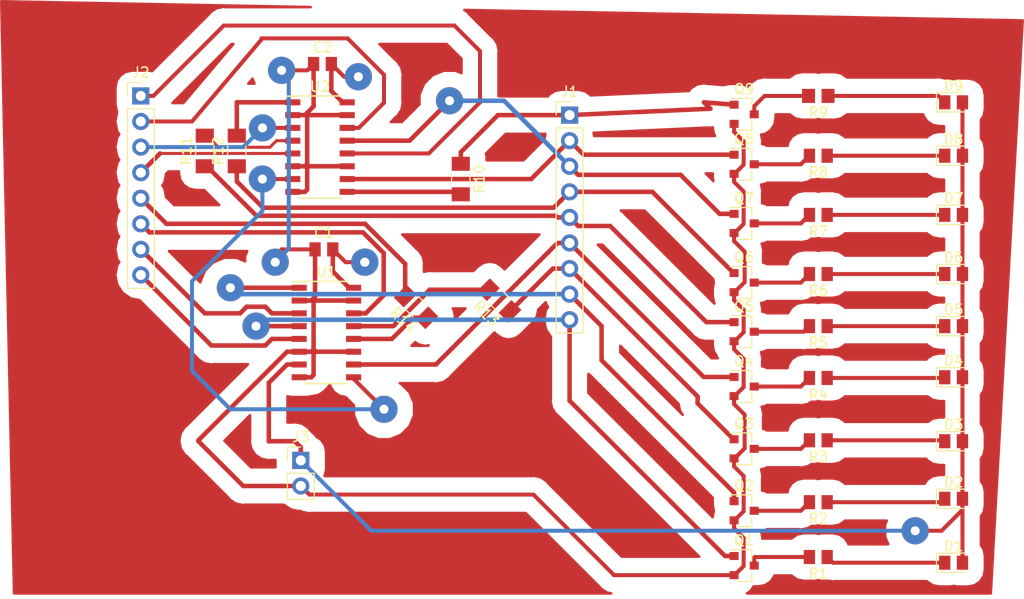
<source format=kicad_pcb>
(kicad_pcb (version 20171130) (host pcbnew 5.0.0-rc2-be01b52~65~ubuntu18.04.1)

  (general
    (thickness 1.6)
    (drawings 0)
    (tracks 308)
    (zones 0)
    (modules 39)
    (nets 44)
  )

  (page A4)
  (layers
    (0 F.Cu signal)
    (1 In1.Cu signal)
    (2 In2.Cu signal)
    (31 B.Cu signal)
    (32 B.Adhes user)
    (33 F.Adhes user)
    (34 B.Paste user)
    (35 F.Paste user)
    (36 B.SilkS user)
    (37 F.SilkS user)
    (38 B.Mask user)
    (39 F.Mask user)
    (40 Dwgs.User user)
    (41 Cmts.User user)
    (42 Eco1.User user)
    (43 Eco2.User user)
    (44 Edge.Cuts user)
    (45 Margin user)
    (46 B.CrtYd user)
    (47 F.CrtYd user)
    (48 B.Fab user)
    (49 F.Fab user)
  )

  (setup
    (last_trace_width 0.4)
    (trace_clearance 0.3)
    (zone_clearance 0.508)
    (zone_45_only no)
    (trace_min 0.2)
    (segment_width 0.2)
    (edge_width 0.15)
    (via_size 2.7)
    (via_drill 0.9)
    (via_min_size 0.4)
    (via_min_drill 0.3)
    (uvia_size 0.3)
    (uvia_drill 0.1)
    (uvias_allowed no)
    (uvia_min_size 0.2)
    (uvia_min_drill 0.1)
    (pcb_text_width 0.3)
    (pcb_text_size 1.5 1.5)
    (mod_edge_width 0.15)
    (mod_text_size 1 1)
    (mod_text_width 0.15)
    (pad_size 1.524 1.524)
    (pad_drill 0.762)
    (pad_to_mask_clearance 0.2)
    (aux_axis_origin 0 0)
    (visible_elements FFFFFF7F)
    (pcbplotparams
      (layerselection 0x010fc_ffffffff)
      (usegerberextensions false)
      (usegerberattributes false)
      (usegerberadvancedattributes false)
      (creategerberjobfile false)
      (excludeedgelayer true)
      (linewidth 0.100000)
      (plotframeref false)
      (viasonmask false)
      (mode 1)
      (useauxorigin false)
      (hpglpennumber 1)
      (hpglpenspeed 20)
      (hpglpendiameter 15)
      (psnegative false)
      (psa4output false)
      (plotreference true)
      (plotvalue true)
      (plotinvisibletext false)
      (padsonsilk false)
      (subtractmaskfromsilk false)
      (outputformat 1)
      (mirror false)
      (drillshape 1)
      (scaleselection 1)
      (outputdirectory ""))
  )

  (net 0 "")
  (net 1 "Net-(D9-Pad1)")
  (net 2 "Net-(Q9-Pad3)")
  (net 3 "Net-(D8-Pad1)")
  (net 4 "Net-(Q8-Pad3)")
  (net 5 "Net-(Q7-Pad3)")
  (net 6 "Net-(D7-Pad1)")
  (net 7 "Net-(D6-Pad1)")
  (net 8 "Net-(Q6-Pad3)")
  (net 9 "Net-(Q5-Pad3)")
  (net 10 "Net-(D5-Pad1)")
  (net 11 "Net-(D4-Pad1)")
  (net 12 "Net-(Q4-Pad3)")
  (net 13 "Net-(Q3-Pad3)")
  (net 14 "Net-(D3-Pad1)")
  (net 15 "Net-(D2-Pad1)")
  (net 16 "Net-(Q2-Pad3)")
  (net 17 "Net-(Q1-Pad3)")
  (net 18 "Net-(D1-Pad1)")
  (net 19 /C_OUT)
  (net 20 GND)
  (net 21 /Z7)
  (net 22 /Z6)
  (net 23 /Z0)
  (net 24 /Z2)
  (net 25 /Z3)
  (net 26 /Z4)
  (net 27 /Z5)
  (net 28 /Z1)
  (net 29 /A1)
  (net 30 /A0)
  (net 31 VCC)
  (net 32 "Net-(U1-Pad9)")
  (net 33 /A3)
  (net 34 /A2)
  (net 35 /A6)
  (net 36 /A7)
  (net 37 /A4)
  (net 38 /A5)
  (net 39 "Net-(R10-Pad2)")
  (net 40 "Net-(R11-Pad2)")
  (net 41 "Net-(R12-Pad2)")
  (net 42 "Net-(R13-Pad2)")
  (net 43 "Net-(R14-Pad1)")

  (net_class Default "This is the default net class."
    (clearance 0.3)
    (trace_width 0.4)
    (via_dia 2.7)
    (via_drill 0.9)
    (uvia_dia 0.3)
    (uvia_drill 0.1)
    (add_net /A0)
    (add_net /A1)
    (add_net /A2)
    (add_net /A3)
    (add_net /A4)
    (add_net /A5)
    (add_net /A6)
    (add_net /A7)
    (add_net /C_OUT)
    (add_net /Z0)
    (add_net /Z1)
    (add_net /Z2)
    (add_net /Z3)
    (add_net /Z4)
    (add_net /Z5)
    (add_net /Z6)
    (add_net /Z7)
    (add_net GND)
    (add_net "Net-(D1-Pad1)")
    (add_net "Net-(D2-Pad1)")
    (add_net "Net-(D3-Pad1)")
    (add_net "Net-(D4-Pad1)")
    (add_net "Net-(D5-Pad1)")
    (add_net "Net-(D6-Pad1)")
    (add_net "Net-(D7-Pad1)")
    (add_net "Net-(D8-Pad1)")
    (add_net "Net-(D9-Pad1)")
    (add_net "Net-(Q1-Pad3)")
    (add_net "Net-(Q2-Pad3)")
    (add_net "Net-(Q3-Pad3)")
    (add_net "Net-(Q4-Pad3)")
    (add_net "Net-(Q5-Pad3)")
    (add_net "Net-(Q6-Pad3)")
    (add_net "Net-(Q7-Pad3)")
    (add_net "Net-(Q8-Pad3)")
    (add_net "Net-(Q9-Pad3)")
    (add_net "Net-(R10-Pad2)")
    (add_net "Net-(R11-Pad2)")
    (add_net "Net-(R12-Pad2)")
    (add_net "Net-(R13-Pad2)")
    (add_net "Net-(R14-Pad1)")
    (add_net "Net-(U1-Pad9)")
    (add_net VCC)
  )

  (module Resistor_SMD:R_1206_3216Metric_Pad1.39x1.80mm_HandSolder (layer F.Cu) (tedit 5AC5DB74) (tstamp 5B2AC267)
    (at 61.595 45.085 135)
    (descr "Resistor SMD 1206 (3216 Metric), square (rectangular) end terminal, IPC_7351 nominal with elongated pad for handsoldering. (Body size source: http://www.tortai-tech.com/upload/download/2011102023233369053.pdf), generated with kicad-footprint-generator")
    (tags "resistor handsolder")
    (path /5B4A6F18)
    (attr smd)
    (fp_text reference R14 (at 0 -1.85 135) (layer F.SilkS)
      (effects (font (size 1 1) (thickness 0.15)))
    )
    (fp_text value 0 (at 0 1.85 135) (layer F.Fab)
      (effects (font (size 1 1) (thickness 0.15)))
    )
    (fp_line (start -1.6 0.8) (end -1.6 -0.8) (layer F.Fab) (width 0.1))
    (fp_line (start -1.6 -0.8) (end 1.6 -0.8) (layer F.Fab) (width 0.1))
    (fp_line (start 1.6 -0.8) (end 1.6 0.8) (layer F.Fab) (width 0.1))
    (fp_line (start 1.6 0.8) (end -1.6 0.8) (layer F.Fab) (width 0.1))
    (fp_line (start -0.5 -0.91) (end 0.5 -0.91) (layer F.SilkS) (width 0.12))
    (fp_line (start -0.5 0.91) (end 0.5 0.91) (layer F.SilkS) (width 0.12))
    (fp_line (start -2.46 1.15) (end -2.46 -1.15) (layer F.CrtYd) (width 0.05))
    (fp_line (start -2.46 -1.15) (end 2.46 -1.15) (layer F.CrtYd) (width 0.05))
    (fp_line (start 2.46 -1.15) (end 2.46 1.15) (layer F.CrtYd) (width 0.05))
    (fp_line (start 2.46 1.15) (end -2.46 1.15) (layer F.CrtYd) (width 0.05))
    (fp_text user %R (at 0 0 135) (layer F.Fab)
      (effects (font (size 0.8 0.8) (thickness 0.12)))
    )
    (pad 1 smd rect (at -1.5175 0 135) (size 1.395 1.8) (layers F.Cu F.Paste F.Mask)
      (net 43 "Net-(R14-Pad1)"))
    (pad 2 smd rect (at 1.5175 0 135) (size 1.395 1.8) (layers F.Cu F.Paste F.Mask)
      (net 33 /A3))
    (model ${KISYS3DMOD}/Resistor_SMD.3dshapes/R_1206_3216Metric.wrl
      (at (xyz 0 0 0))
      (scale (xyz 1 1 1))
      (rotate (xyz 0 0 0))
    )
  )

  (module Resistor_SMD:R_1206_3216Metric_Pad1.39x1.80mm_HandSolder (layer F.Cu) (tedit 5AC5DB74) (tstamp 5B2AB746)
    (at 69.85 44.45 135)
    (descr "Resistor SMD 1206 (3216 Metric), square (rectangular) end terminal, IPC_7351 nominal with elongated pad for handsoldering. (Body size source: http://www.tortai-tech.com/upload/download/2011102023233369053.pdf), generated with kicad-footprint-generator")
    (tags "resistor handsolder")
    (path /5B491FA3)
    (attr smd)
    (fp_text reference R13 (at 0 -1.85 135) (layer F.SilkS)
      (effects (font (size 1 1) (thickness 0.15)))
    )
    (fp_text value 0 (at 0 1.85 135) (layer F.Fab)
      (effects (font (size 1 1) (thickness 0.15)))
    )
    (fp_line (start -1.6 0.8) (end -1.6 -0.8) (layer F.Fab) (width 0.1))
    (fp_line (start -1.6 -0.8) (end 1.6 -0.8) (layer F.Fab) (width 0.1))
    (fp_line (start 1.6 -0.8) (end 1.6 0.8) (layer F.Fab) (width 0.1))
    (fp_line (start 1.6 0.8) (end -1.6 0.8) (layer F.Fab) (width 0.1))
    (fp_line (start -0.5 -0.91) (end 0.5 -0.91) (layer F.SilkS) (width 0.12))
    (fp_line (start -0.5 0.91) (end 0.5 0.91) (layer F.SilkS) (width 0.12))
    (fp_line (start -2.46 1.15) (end -2.46 -1.15) (layer F.CrtYd) (width 0.05))
    (fp_line (start -2.46 -1.15) (end 2.46 -1.15) (layer F.CrtYd) (width 0.05))
    (fp_line (start 2.46 -1.15) (end 2.46 1.15) (layer F.CrtYd) (width 0.05))
    (fp_line (start 2.46 1.15) (end -2.46 1.15) (layer F.CrtYd) (width 0.05))
    (fp_text user %R (at 0 0 135) (layer F.Fab)
      (effects (font (size 0.8 0.8) (thickness 0.12)))
    )
    (pad 1 smd rect (at -1.5175 0 135) (size 1.395 1.8) (layers F.Cu F.Paste F.Mask)
      (net 24 /Z2))
    (pad 2 smd rect (at 1.5175 0 135) (size 1.395 1.8) (layers F.Cu F.Paste F.Mask)
      (net 42 "Net-(R13-Pad2)"))
    (model ${KISYS3DMOD}/Resistor_SMD.3dshapes/R_1206_3216Metric.wrl
      (at (xyz 0 0 0))
      (scale (xyz 1 1 1))
      (rotate (xyz 0 0 0))
    )
  )

  (module Resistor_SMD:R_1206_3216Metric_Pad1.39x1.80mm_HandSolder (layer F.Cu) (tedit 5AC5DB74) (tstamp 5B2AA952)
    (at 43.815 29.5975 90)
    (descr "Resistor SMD 1206 (3216 Metric), square (rectangular) end terminal, IPC_7351 nominal with elongated pad for handsoldering. (Body size source: http://www.tortai-tech.com/upload/download/2011102023233369053.pdf), generated with kicad-footprint-generator")
    (tags "resistor handsolder")
    (path /5B470EB6)
    (attr smd)
    (fp_text reference R12 (at 0 -1.85 90) (layer F.SilkS)
      (effects (font (size 1 1) (thickness 0.15)))
    )
    (fp_text value 0 (at 0 1.85 90) (layer F.Fab)
      (effects (font (size 1 1) (thickness 0.15)))
    )
    (fp_text user %R (at 0 0 90) (layer F.Fab)
      (effects (font (size 0.8 0.8) (thickness 0.12)))
    )
    (fp_line (start 2.46 1.15) (end -2.46 1.15) (layer F.CrtYd) (width 0.05))
    (fp_line (start 2.46 -1.15) (end 2.46 1.15) (layer F.CrtYd) (width 0.05))
    (fp_line (start -2.46 -1.15) (end 2.46 -1.15) (layer F.CrtYd) (width 0.05))
    (fp_line (start -2.46 1.15) (end -2.46 -1.15) (layer F.CrtYd) (width 0.05))
    (fp_line (start -0.5 0.91) (end 0.5 0.91) (layer F.SilkS) (width 0.12))
    (fp_line (start -0.5 -0.91) (end 0.5 -0.91) (layer F.SilkS) (width 0.12))
    (fp_line (start 1.6 0.8) (end -1.6 0.8) (layer F.Fab) (width 0.1))
    (fp_line (start 1.6 -0.8) (end 1.6 0.8) (layer F.Fab) (width 0.1))
    (fp_line (start -1.6 -0.8) (end 1.6 -0.8) (layer F.Fab) (width 0.1))
    (fp_line (start -1.6 0.8) (end -1.6 -0.8) (layer F.Fab) (width 0.1))
    (pad 2 smd rect (at 1.5175 0 90) (size 1.395 1.8) (layers F.Cu F.Paste F.Mask)
      (net 41 "Net-(R12-Pad2)"))
    (pad 1 smd rect (at -1.5175 0 90) (size 1.395 1.8) (layers F.Cu F.Paste F.Mask)
      (net 27 /Z5))
    (model ${KISYS3DMOD}/Resistor_SMD.3dshapes/R_1206_3216Metric.wrl
      (at (xyz 0 0 0))
      (scale (xyz 1 1 1))
      (rotate (xyz 0 0 0))
    )
  )

  (module Resistor_SMD:R_1206_3216Metric_Pad1.39x1.80mm_HandSolder (layer F.Cu) (tedit 5AC5DB74) (tstamp 5B2AA921)
    (at 40.64 29.5975 90)
    (descr "Resistor SMD 1206 (3216 Metric), square (rectangular) end terminal, IPC_7351 nominal with elongated pad for handsoldering. (Body size source: http://www.tortai-tech.com/upload/download/2011102023233369053.pdf), generated with kicad-footprint-generator")
    (tags "resistor handsolder")
    (path /5B46A93F)
    (attr smd)
    (fp_text reference R11 (at 0 -1.85 90) (layer F.SilkS)
      (effects (font (size 1 1) (thickness 0.15)))
    )
    (fp_text value 0 (at 0 1.85 90) (layer F.Fab)
      (effects (font (size 1 1) (thickness 0.15)))
    )
    (fp_line (start -1.6 0.8) (end -1.6 -0.8) (layer F.Fab) (width 0.1))
    (fp_line (start -1.6 -0.8) (end 1.6 -0.8) (layer F.Fab) (width 0.1))
    (fp_line (start 1.6 -0.8) (end 1.6 0.8) (layer F.Fab) (width 0.1))
    (fp_line (start 1.6 0.8) (end -1.6 0.8) (layer F.Fab) (width 0.1))
    (fp_line (start -0.5 -0.91) (end 0.5 -0.91) (layer F.SilkS) (width 0.12))
    (fp_line (start -0.5 0.91) (end 0.5 0.91) (layer F.SilkS) (width 0.12))
    (fp_line (start -2.46 1.15) (end -2.46 -1.15) (layer F.CrtYd) (width 0.05))
    (fp_line (start -2.46 -1.15) (end 2.46 -1.15) (layer F.CrtYd) (width 0.05))
    (fp_line (start 2.46 -1.15) (end 2.46 1.15) (layer F.CrtYd) (width 0.05))
    (fp_line (start 2.46 1.15) (end -2.46 1.15) (layer F.CrtYd) (width 0.05))
    (fp_text user %R (at 0 0 90) (layer F.Fab)
      (effects (font (size 0.8 0.8) (thickness 0.12)))
    )
    (pad 1 smd rect (at -1.5175 0 90) (size 1.395 1.8) (layers F.Cu F.Paste F.Mask)
      (net 26 /Z4))
    (pad 2 smd rect (at 1.5175 0 90) (size 1.395 1.8) (layers F.Cu F.Paste F.Mask)
      (net 40 "Net-(R11-Pad2)"))
    (model ${KISYS3DMOD}/Resistor_SMD.3dshapes/R_1206_3216Metric.wrl
      (at (xyz 0 0 0))
      (scale (xyz 1 1 1))
      (rotate (xyz 0 0 0))
    )
  )

  (module Resistor_SMD:R_1206_3216Metric_Pad1.39x1.80mm_HandSolder (layer F.Cu) (tedit 5AC5DB74) (tstamp 5B2A9E0B)
    (at 66.04 32.385 270)
    (descr "Resistor SMD 1206 (3216 Metric), square (rectangular) end terminal, IPC_7351 nominal with elongated pad for handsoldering. (Body size source: http://www.tortai-tech.com/upload/download/2011102023233369053.pdf), generated with kicad-footprint-generator")
    (tags "resistor handsolder")
    (path /5B45D629)
    (attr smd)
    (fp_text reference R10 (at 0 -1.85 270) (layer F.SilkS)
      (effects (font (size 1 1) (thickness 0.15)))
    )
    (fp_text value 0 (at 0 1.85 270) (layer F.Fab)
      (effects (font (size 1 1) (thickness 0.15)))
    )
    (fp_line (start -1.6 0.8) (end -1.6 -0.8) (layer F.Fab) (width 0.1))
    (fp_line (start -1.6 -0.8) (end 1.6 -0.8) (layer F.Fab) (width 0.1))
    (fp_line (start 1.6 -0.8) (end 1.6 0.8) (layer F.Fab) (width 0.1))
    (fp_line (start 1.6 0.8) (end -1.6 0.8) (layer F.Fab) (width 0.1))
    (fp_line (start -0.5 -0.91) (end 0.5 -0.91) (layer F.SilkS) (width 0.12))
    (fp_line (start -0.5 0.91) (end 0.5 0.91) (layer F.SilkS) (width 0.12))
    (fp_line (start -2.46 1.15) (end -2.46 -1.15) (layer F.CrtYd) (width 0.05))
    (fp_line (start -2.46 -1.15) (end 2.46 -1.15) (layer F.CrtYd) (width 0.05))
    (fp_line (start 2.46 -1.15) (end 2.46 1.15) (layer F.CrtYd) (width 0.05))
    (fp_line (start 2.46 1.15) (end -2.46 1.15) (layer F.CrtYd) (width 0.05))
    (fp_text user %R (at 0 0 270) (layer F.Fab)
      (effects (font (size 0.8 0.8) (thickness 0.12)))
    )
    (pad 1 smd rect (at -1.5175 0 270) (size 1.395 1.8) (layers F.Cu F.Paste F.Mask)
      (net 19 /C_OUT))
    (pad 2 smd rect (at 1.5175 0 270) (size 1.395 1.8) (layers F.Cu F.Paste F.Mask)
      (net 39 "Net-(R10-Pad2)"))
    (model ${KISYS3DMOD}/Resistor_SMD.3dshapes/R_1206_3216Metric.wrl
      (at (xyz 0 0 0))
      (scale (xyz 1 1 1))
      (rotate (xyz 0 0 0))
    )
  )

  (module Capacitor_SMD:C_0805_2012Metric (layer F.Cu) (tedit 5AC5DB74) (tstamp 5B2A8472)
    (at 52.46 39.37)
    (descr "Capacitor SMD 0805 (2012 Metric), square (rectangular) end terminal, IPC_7351 nominal, (Body size source: http://www.tortai-tech.com/upload/download/2011102023233369053.pdf), generated with kicad-footprint-generator")
    (tags capacitor)
    (path /64F2C9E1)
    (attr smd)
    (fp_text reference C1 (at 0 -1.65) (layer F.SilkS)
      (effects (font (size 1 1) (thickness 0.15)))
    )
    (fp_text value 100nF (at 0 1.65) (layer F.Fab)
      (effects (font (size 1 1) (thickness 0.15)))
    )
    (fp_text user %R (at 0 0) (layer F.Fab)
      (effects (font (size 0.5 0.5) (thickness 0.08)))
    )
    (fp_line (start 1.69 0.95) (end -1.69 0.95) (layer F.CrtYd) (width 0.05))
    (fp_line (start 1.69 -0.95) (end 1.69 0.95) (layer F.CrtYd) (width 0.05))
    (fp_line (start -1.69 -0.95) (end 1.69 -0.95) (layer F.CrtYd) (width 0.05))
    (fp_line (start -1.69 0.95) (end -1.69 -0.95) (layer F.CrtYd) (width 0.05))
    (fp_line (start 1 0.6) (end -1 0.6) (layer F.Fab) (width 0.1))
    (fp_line (start 1 -0.6) (end 1 0.6) (layer F.Fab) (width 0.1))
    (fp_line (start -1 -0.6) (end 1 -0.6) (layer F.Fab) (width 0.1))
    (fp_line (start -1 0.6) (end -1 -0.6) (layer F.Fab) (width 0.1))
    (pad 2 smd rect (at 0.88 0) (size 1.12 1.4) (layers F.Cu F.Paste F.Mask)
      (net 31 VCC))
    (pad 1 smd rect (at -0.88 0) (size 1.12 1.4) (layers F.Cu F.Paste F.Mask)
      (net 20 GND))
    (model ${KISYS3DMOD}/Capacitor_SMD.3dshapes/C_0805_2012Metric.wrl
      (at (xyz 0 0 0))
      (scale (xyz 1 1 1))
      (rotate (xyz 0 0 0))
    )
  )

  (module Capacitor_SMD:C_0805_2012Metric (layer F.Cu) (tedit 5AC5DB74) (tstamp 5B2A8463)
    (at 52.315 20.955)
    (descr "Capacitor SMD 0805 (2012 Metric), square (rectangular) end terminal, IPC_7351 nominal, (Body size source: http://www.tortai-tech.com/upload/download/2011102023233369053.pdf), generated with kicad-footprint-generator")
    (tags capacitor)
    (path /64F33B67)
    (attr smd)
    (fp_text reference C2 (at 0 -1.65) (layer F.SilkS)
      (effects (font (size 1 1) (thickness 0.15)))
    )
    (fp_text value 100nF (at 0 1.65) (layer F.Fab)
      (effects (font (size 1 1) (thickness 0.15)))
    )
    (fp_line (start -1 0.6) (end -1 -0.6) (layer F.Fab) (width 0.1))
    (fp_line (start -1 -0.6) (end 1 -0.6) (layer F.Fab) (width 0.1))
    (fp_line (start 1 -0.6) (end 1 0.6) (layer F.Fab) (width 0.1))
    (fp_line (start 1 0.6) (end -1 0.6) (layer F.Fab) (width 0.1))
    (fp_line (start -1.69 0.95) (end -1.69 -0.95) (layer F.CrtYd) (width 0.05))
    (fp_line (start -1.69 -0.95) (end 1.69 -0.95) (layer F.CrtYd) (width 0.05))
    (fp_line (start 1.69 -0.95) (end 1.69 0.95) (layer F.CrtYd) (width 0.05))
    (fp_line (start 1.69 0.95) (end -1.69 0.95) (layer F.CrtYd) (width 0.05))
    (fp_text user %R (at 0 0) (layer F.Fab)
      (effects (font (size 0.5 0.5) (thickness 0.08)))
    )
    (pad 1 smd rect (at -0.88 0) (size 1.12 1.4) (layers F.Cu F.Paste F.Mask)
      (net 20 GND))
    (pad 2 smd rect (at 0.88 0) (size 1.12 1.4) (layers F.Cu F.Paste F.Mask)
      (net 31 VCC))
    (model ${KISYS3DMOD}/Capacitor_SMD.3dshapes/C_0805_2012Metric.wrl
      (at (xyz 0 0 0))
      (scale (xyz 1 1 1))
      (rotate (xyz 0 0 0))
    )
  )

  (module Connector_PinHeader_2.54mm:PinHeader_1x02_P2.54mm_Vertical (layer F.Cu) (tedit 59FED5CC) (tstamp 5B2A8454)
    (at 50.165 60.325)
    (descr "Through hole straight pin header, 1x02, 2.54mm pitch, single row")
    (tags "Through hole pin header THT 1x02 2.54mm single row")
    (path /5B409543)
    (fp_text reference J3 (at 0 -2.33) (layer F.SilkS)
      (effects (font (size 1 1) (thickness 0.15)))
    )
    (fp_text value Conn_01x02 (at 0 4.87) (layer F.Fab)
      (effects (font (size 1 1) (thickness 0.15)))
    )
    (fp_line (start -0.635 -1.27) (end 1.27 -1.27) (layer F.Fab) (width 0.1))
    (fp_line (start 1.27 -1.27) (end 1.27 3.81) (layer F.Fab) (width 0.1))
    (fp_line (start 1.27 3.81) (end -1.27 3.81) (layer F.Fab) (width 0.1))
    (fp_line (start -1.27 3.81) (end -1.27 -0.635) (layer F.Fab) (width 0.1))
    (fp_line (start -1.27 -0.635) (end -0.635 -1.27) (layer F.Fab) (width 0.1))
    (fp_line (start -1.33 3.87) (end 1.33 3.87) (layer F.SilkS) (width 0.12))
    (fp_line (start -1.33 1.27) (end -1.33 3.87) (layer F.SilkS) (width 0.12))
    (fp_line (start 1.33 1.27) (end 1.33 3.87) (layer F.SilkS) (width 0.12))
    (fp_line (start -1.33 1.27) (end 1.33 1.27) (layer F.SilkS) (width 0.12))
    (fp_line (start -1.33 0) (end -1.33 -1.33) (layer F.SilkS) (width 0.12))
    (fp_line (start -1.33 -1.33) (end 0 -1.33) (layer F.SilkS) (width 0.12))
    (fp_line (start -1.8 -1.8) (end -1.8 4.35) (layer F.CrtYd) (width 0.05))
    (fp_line (start -1.8 4.35) (end 1.8 4.35) (layer F.CrtYd) (width 0.05))
    (fp_line (start 1.8 4.35) (end 1.8 -1.8) (layer F.CrtYd) (width 0.05))
    (fp_line (start 1.8 -1.8) (end -1.8 -1.8) (layer F.CrtYd) (width 0.05))
    (fp_text user %R (at 0 1.27 90) (layer F.Fab)
      (effects (font (size 1 1) (thickness 0.15)))
    )
    (pad 1 thru_hole rect (at 0 0) (size 1.7 1.7) (drill 1) (layers *.Cu *.Mask)
      (net 31 VCC))
    (pad 2 thru_hole oval (at 0 2.54) (size 1.7 1.7) (drill 1) (layers *.Cu *.Mask)
      (net 20 GND))
    (model ${KISYS3DMOD}/Connector_PinHeader_2.54mm.3dshapes/PinHeader_1x02_P2.54mm_Vertical.wrl
      (at (xyz 0 0 0))
      (scale (xyz 1 1 1))
      (rotate (xyz 0 0 0))
    )
  )

  (module Connector_PinHeader_2.54mm:PinHeader_1x08_P2.54mm_Vertical (layer F.Cu) (tedit 59FED5CC) (tstamp 5B2A843E)
    (at 34.29 24.13)
    (descr "Through hole straight pin header, 1x08, 2.54mm pitch, single row")
    (tags "Through hole pin header THT 1x08 2.54mm single row")
    (path /5B4096F8)
    (fp_text reference J2 (at 0 -2.33) (layer F.SilkS)
      (effects (font (size 1 1) (thickness 0.15)))
    )
    (fp_text value Conn_01x08 (at 0 20.11) (layer F.Fab)
      (effects (font (size 1 1) (thickness 0.15)))
    )
    (fp_line (start -0.635 -1.27) (end 1.27 -1.27) (layer F.Fab) (width 0.1))
    (fp_line (start 1.27 -1.27) (end 1.27 19.05) (layer F.Fab) (width 0.1))
    (fp_line (start 1.27 19.05) (end -1.27 19.05) (layer F.Fab) (width 0.1))
    (fp_line (start -1.27 19.05) (end -1.27 -0.635) (layer F.Fab) (width 0.1))
    (fp_line (start -1.27 -0.635) (end -0.635 -1.27) (layer F.Fab) (width 0.1))
    (fp_line (start -1.33 19.11) (end 1.33 19.11) (layer F.SilkS) (width 0.12))
    (fp_line (start -1.33 1.27) (end -1.33 19.11) (layer F.SilkS) (width 0.12))
    (fp_line (start 1.33 1.27) (end 1.33 19.11) (layer F.SilkS) (width 0.12))
    (fp_line (start -1.33 1.27) (end 1.33 1.27) (layer F.SilkS) (width 0.12))
    (fp_line (start -1.33 0) (end -1.33 -1.33) (layer F.SilkS) (width 0.12))
    (fp_line (start -1.33 -1.33) (end 0 -1.33) (layer F.SilkS) (width 0.12))
    (fp_line (start -1.8 -1.8) (end -1.8 19.55) (layer F.CrtYd) (width 0.05))
    (fp_line (start -1.8 19.55) (end 1.8 19.55) (layer F.CrtYd) (width 0.05))
    (fp_line (start 1.8 19.55) (end 1.8 -1.8) (layer F.CrtYd) (width 0.05))
    (fp_line (start 1.8 -1.8) (end -1.8 -1.8) (layer F.CrtYd) (width 0.05))
    (fp_text user %R (at 0 8.89 90) (layer F.Fab)
      (effects (font (size 1 1) (thickness 0.15)))
    )
    (pad 1 thru_hole rect (at 0 0) (size 1.7 1.7) (drill 1) (layers *.Cu *.Mask)
      (net 36 /A7))
    (pad 2 thru_hole oval (at 0 2.54) (size 1.7 1.7) (drill 1) (layers *.Cu *.Mask)
      (net 35 /A6))
    (pad 3 thru_hole oval (at 0 5.08) (size 1.7 1.7) (drill 1) (layers *.Cu *.Mask)
      (net 38 /A5))
    (pad 4 thru_hole oval (at 0 7.62) (size 1.7 1.7) (drill 1) (layers *.Cu *.Mask)
      (net 37 /A4))
    (pad 5 thru_hole oval (at 0 10.16) (size 1.7 1.7) (drill 1) (layers *.Cu *.Mask)
      (net 33 /A3))
    (pad 6 thru_hole oval (at 0 12.7) (size 1.7 1.7) (drill 1) (layers *.Cu *.Mask)
      (net 34 /A2))
    (pad 7 thru_hole oval (at 0 15.24) (size 1.7 1.7) (drill 1) (layers *.Cu *.Mask)
      (net 29 /A1))
    (pad 8 thru_hole oval (at 0 17.78) (size 1.7 1.7) (drill 1) (layers *.Cu *.Mask)
      (net 30 /A0))
    (model ${KISYS3DMOD}/Connector_PinHeader_2.54mm.3dshapes/PinHeader_1x08_P2.54mm_Vertical.wrl
      (at (xyz 0 0 0))
      (scale (xyz 1 1 1))
      (rotate (xyz 0 0 0))
    )
  )

  (module Connector_PinHeader_2.54mm:PinHeader_1x09_P2.54mm_Vertical (layer F.Cu) (tedit 59FED5CC) (tstamp 5B2A8422)
    (at 76.835 26.035)
    (descr "Through hole straight pin header, 1x09, 2.54mm pitch, single row")
    (tags "Through hole pin header THT 1x09 2.54mm single row")
    (path /5B44FB73)
    (fp_text reference J1 (at 0 -2.33) (layer F.SilkS)
      (effects (font (size 1 1) (thickness 0.15)))
    )
    (fp_text value Conn_01x09 (at 0 22.65) (layer F.Fab)
      (effects (font (size 1 1) (thickness 0.15)))
    )
    (fp_line (start -0.635 -1.27) (end 1.27 -1.27) (layer F.Fab) (width 0.1))
    (fp_line (start 1.27 -1.27) (end 1.27 21.59) (layer F.Fab) (width 0.1))
    (fp_line (start 1.27 21.59) (end -1.27 21.59) (layer F.Fab) (width 0.1))
    (fp_line (start -1.27 21.59) (end -1.27 -0.635) (layer F.Fab) (width 0.1))
    (fp_line (start -1.27 -0.635) (end -0.635 -1.27) (layer F.Fab) (width 0.1))
    (fp_line (start -1.33 21.65) (end 1.33 21.65) (layer F.SilkS) (width 0.12))
    (fp_line (start -1.33 1.27) (end -1.33 21.65) (layer F.SilkS) (width 0.12))
    (fp_line (start 1.33 1.27) (end 1.33 21.65) (layer F.SilkS) (width 0.12))
    (fp_line (start -1.33 1.27) (end 1.33 1.27) (layer F.SilkS) (width 0.12))
    (fp_line (start -1.33 0) (end -1.33 -1.33) (layer F.SilkS) (width 0.12))
    (fp_line (start -1.33 -1.33) (end 0 -1.33) (layer F.SilkS) (width 0.12))
    (fp_line (start -1.8 -1.8) (end -1.8 22.1) (layer F.CrtYd) (width 0.05))
    (fp_line (start -1.8 22.1) (end 1.8 22.1) (layer F.CrtYd) (width 0.05))
    (fp_line (start 1.8 22.1) (end 1.8 -1.8) (layer F.CrtYd) (width 0.05))
    (fp_line (start 1.8 -1.8) (end -1.8 -1.8) (layer F.CrtYd) (width 0.05))
    (fp_text user %R (at 0 10.16 90) (layer F.Fab)
      (effects (font (size 1 1) (thickness 0.15)))
    )
    (pad 1 thru_hole rect (at 0 0) (size 1.7 1.7) (drill 1) (layers *.Cu *.Mask)
      (net 19 /C_OUT))
    (pad 2 thru_hole oval (at 0 2.54) (size 1.7 1.7) (drill 1) (layers *.Cu *.Mask)
      (net 21 /Z7))
    (pad 3 thru_hole oval (at 0 5.08) (size 1.7 1.7) (drill 1) (layers *.Cu *.Mask)
      (net 22 /Z6))
    (pad 4 thru_hole oval (at 0 7.62) (size 1.7 1.7) (drill 1) (layers *.Cu *.Mask)
      (net 27 /Z5))
    (pad 5 thru_hole oval (at 0 10.16) (size 1.7 1.7) (drill 1) (layers *.Cu *.Mask)
      (net 26 /Z4))
    (pad 6 thru_hole oval (at 0 12.7) (size 1.7 1.7) (drill 1) (layers *.Cu *.Mask)
      (net 25 /Z3))
    (pad 7 thru_hole oval (at 0 15.24) (size 1.7 1.7) (drill 1) (layers *.Cu *.Mask)
      (net 24 /Z2))
    (pad 8 thru_hole oval (at 0 17.78) (size 1.7 1.7) (drill 1) (layers *.Cu *.Mask)
      (net 28 /Z1))
    (pad 9 thru_hole oval (at 0 20.32) (size 1.7 1.7) (drill 1) (layers *.Cu *.Mask)
      (net 23 /Z0))
    (model ${KISYS3DMOD}/Connector_PinHeader_2.54mm.3dshapes/PinHeader_1x09_P2.54mm_Vertical.wrl
      (at (xyz 0 0 0))
      (scale (xyz 1 1 1))
      (rotate (xyz 0 0 0))
    )
  )

  (module LED_SMD:LED_0805_2012Metric_Pad1.12x1.40mm_HandSolder (layer F.Cu) (tedit 5B280AF3) (tstamp 5B2A903F)
    (at 114.935 24.765)
    (descr "LED SMD 0805 (2012 Metric), square (rectangular) end terminal, IPC_7351 nominal, (Body size source: http://www.tortai-tech.com/upload/download/2011102023233369053.pdf), generated with kicad-footprint-generator")
    (tags "LED handsolder")
    (path /5C384037/6AD31407)
    (attr smd)
    (fp_text reference D9 (at 0 -1.65) (layer F.SilkS)
      (effects (font (size 1 1) (thickness 0.15)))
    )
    (fp_text value BLUE (at 0 1.65) (layer F.Fab)
      (effects (font (size 1 1) (thickness 0.15)))
    )
    (fp_line (start 1 -0.6) (end -0.7 -0.6) (layer F.Fab) (width 0.1))
    (fp_line (start -0.7 -0.6) (end -1 -0.3) (layer F.Fab) (width 0.1))
    (fp_line (start -1 -0.3) (end -1 0.6) (layer F.Fab) (width 0.1))
    (fp_line (start -1 0.6) (end 1 0.6) (layer F.Fab) (width 0.1))
    (fp_line (start 1 0.6) (end 1 -0.6) (layer F.Fab) (width 0.1))
    (fp_line (start 1 -0.96) (end -1.7 -0.96) (layer F.SilkS) (width 0.12))
    (fp_line (start -1.7 -0.96) (end -1.7 0.96) (layer F.SilkS) (width 0.12))
    (fp_line (start -1.7 0.96) (end 1 0.96) (layer F.SilkS) (width 0.12))
    (fp_line (start -1.69 0.95) (end -1.69 -0.95) (layer F.CrtYd) (width 0.05))
    (fp_line (start -1.69 -0.95) (end 1.69 -0.95) (layer F.CrtYd) (width 0.05))
    (fp_line (start 1.69 -0.95) (end 1.69 0.95) (layer F.CrtYd) (width 0.05))
    (fp_line (start 1.69 0.95) (end -1.69 0.95) (layer F.CrtYd) (width 0.05))
    (fp_text user %R (at 1.019048 2.8375) (layer F.Fab)
      (effects (font (size 0.5 0.5) (thickness 0.08)))
    )
    (pad 1 smd rect (at -0.88 0) (size 1.12 1.4) (layers F.Cu F.Paste F.Mask)
      (net 1 "Net-(D9-Pad1)"))
    (pad 2 smd rect (at 0.88 0) (size 1.12 1.4) (layers F.Cu F.Paste F.Mask)
      (net 31 VCC))
    (model ${KISYS3DMOD}/LED_SMD.3dshapes/LED_0805_2012Metric.wrl
      (at (xyz 0 0 0))
      (scale (xyz 1 1 1))
      (rotate (xyz 0 0 0))
    )
  )

  (module LED_SMD:LED_0805_2012Metric_Pad1.12x1.40mm_HandSolder (layer F.Cu) (tedit 5AC5DB75) (tstamp 5B2A83F2)
    (at 114.935 30.0675)
    (descr "LED SMD 0805 (2012 Metric), square (rectangular) end terminal, IPC_7351 nominal, (Body size source: http://www.tortai-tech.com/upload/download/2011102023233369053.pdf), generated with kicad-footprint-generator")
    (tags "LED handsolder")
    (path /5C35BB34/5BF1FBAD)
    (attr smd)
    (fp_text reference D8 (at 0 -1.65) (layer F.SilkS)
      (effects (font (size 1 1) (thickness 0.15)))
    )
    (fp_text value RED (at 0 1.65) (layer F.Fab)
      (effects (font (size 1 1) (thickness 0.15)))
    )
    (fp_text user %R (at 0 0) (layer F.Fab)
      (effects (font (size 0.5 0.5) (thickness 0.08)))
    )
    (fp_line (start 1.69 0.95) (end -1.69 0.95) (layer F.CrtYd) (width 0.05))
    (fp_line (start 1.69 -0.95) (end 1.69 0.95) (layer F.CrtYd) (width 0.05))
    (fp_line (start -1.69 -0.95) (end 1.69 -0.95) (layer F.CrtYd) (width 0.05))
    (fp_line (start -1.69 0.95) (end -1.69 -0.95) (layer F.CrtYd) (width 0.05))
    (fp_line (start -1.7 0.96) (end 1 0.96) (layer F.SilkS) (width 0.12))
    (fp_line (start -1.7 -0.96) (end -1.7 0.96) (layer F.SilkS) (width 0.12))
    (fp_line (start 1 -0.96) (end -1.7 -0.96) (layer F.SilkS) (width 0.12))
    (fp_line (start 1 0.6) (end 1 -0.6) (layer F.Fab) (width 0.1))
    (fp_line (start -1 0.6) (end 1 0.6) (layer F.Fab) (width 0.1))
    (fp_line (start -1 -0.3) (end -1 0.6) (layer F.Fab) (width 0.1))
    (fp_line (start -0.7 -0.6) (end -1 -0.3) (layer F.Fab) (width 0.1))
    (fp_line (start 1 -0.6) (end -0.7 -0.6) (layer F.Fab) (width 0.1))
    (pad 2 smd rect (at 0.88 0) (size 1.12 1.4) (layers F.Cu F.Paste F.Mask)
      (net 31 VCC))
    (pad 1 smd rect (at -0.88 0) (size 1.12 1.4) (layers F.Cu F.Paste F.Mask)
      (net 3 "Net-(D8-Pad1)"))
    (model ${KISYS3DMOD}/LED_SMD.3dshapes/LED_0805_2012Metric.wrl
      (at (xyz 0 0 0))
      (scale (xyz 1 1 1))
      (rotate (xyz 0 0 0))
    )
  )

  (module LED_SMD:LED_0805_2012Metric_Pad1.12x1.40mm_HandSolder (layer F.Cu) (tedit 5AC5DB75) (tstamp 5B2A83DF)
    (at 114.935 35.9425)
    (descr "LED SMD 0805 (2012 Metric), square (rectangular) end terminal, IPC_7351 nominal, (Body size source: http://www.tortai-tech.com/upload/download/2011102023233369053.pdf), generated with kicad-footprint-generator")
    (tags "LED handsolder")
    (path /5C35BB31/5BF1FBAD)
    (attr smd)
    (fp_text reference D7 (at 0 -1.65) (layer F.SilkS)
      (effects (font (size 1 1) (thickness 0.15)))
    )
    (fp_text value RED (at 0 1.65) (layer F.Fab)
      (effects (font (size 1 1) (thickness 0.15)))
    )
    (fp_line (start 1 -0.6) (end -0.7 -0.6) (layer F.Fab) (width 0.1))
    (fp_line (start -0.7 -0.6) (end -1 -0.3) (layer F.Fab) (width 0.1))
    (fp_line (start -1 -0.3) (end -1 0.6) (layer F.Fab) (width 0.1))
    (fp_line (start -1 0.6) (end 1 0.6) (layer F.Fab) (width 0.1))
    (fp_line (start 1 0.6) (end 1 -0.6) (layer F.Fab) (width 0.1))
    (fp_line (start 1 -0.96) (end -1.7 -0.96) (layer F.SilkS) (width 0.12))
    (fp_line (start -1.7 -0.96) (end -1.7 0.96) (layer F.SilkS) (width 0.12))
    (fp_line (start -1.7 0.96) (end 1 0.96) (layer F.SilkS) (width 0.12))
    (fp_line (start -1.69 0.95) (end -1.69 -0.95) (layer F.CrtYd) (width 0.05))
    (fp_line (start -1.69 -0.95) (end 1.69 -0.95) (layer F.CrtYd) (width 0.05))
    (fp_line (start 1.69 -0.95) (end 1.69 0.95) (layer F.CrtYd) (width 0.05))
    (fp_line (start 1.69 0.95) (end -1.69 0.95) (layer F.CrtYd) (width 0.05))
    (fp_text user %R (at 0 0) (layer F.Fab)
      (effects (font (size 0.5 0.5) (thickness 0.08)))
    )
    (pad 1 smd rect (at -0.88 0) (size 1.12 1.4) (layers F.Cu F.Paste F.Mask)
      (net 6 "Net-(D7-Pad1)"))
    (pad 2 smd rect (at 0.88 0) (size 1.12 1.4) (layers F.Cu F.Paste F.Mask)
      (net 31 VCC))
    (model ${KISYS3DMOD}/LED_SMD.3dshapes/LED_0805_2012Metric.wrl
      (at (xyz 0 0 0))
      (scale (xyz 1 1 1))
      (rotate (xyz 0 0 0))
    )
  )

  (module LED_SMD:LED_0805_2012Metric_Pad1.12x1.40mm_HandSolder (layer F.Cu) (tedit 5AC5DB75) (tstamp 5B2A83CC)
    (at 114.935 46.99)
    (descr "LED SMD 0805 (2012 Metric), square (rectangular) end terminal, IPC_7351 nominal, (Body size source: http://www.tortai-tech.com/upload/download/2011102023233369053.pdf), generated with kicad-footprint-generator")
    (tags "LED handsolder")
    (path /5C35BB2B/5BF1FBAD)
    (attr smd)
    (fp_text reference D5 (at 0 -1.65) (layer F.SilkS)
      (effects (font (size 1 1) (thickness 0.15)))
    )
    (fp_text value RED (at 0 1.65) (layer F.Fab)
      (effects (font (size 1 1) (thickness 0.15)))
    )
    (fp_text user %R (at 0 0) (layer F.Fab)
      (effects (font (size 0.5 0.5) (thickness 0.08)))
    )
    (fp_line (start 1.69 0.95) (end -1.69 0.95) (layer F.CrtYd) (width 0.05))
    (fp_line (start 1.69 -0.95) (end 1.69 0.95) (layer F.CrtYd) (width 0.05))
    (fp_line (start -1.69 -0.95) (end 1.69 -0.95) (layer F.CrtYd) (width 0.05))
    (fp_line (start -1.69 0.95) (end -1.69 -0.95) (layer F.CrtYd) (width 0.05))
    (fp_line (start -1.7 0.96) (end 1 0.96) (layer F.SilkS) (width 0.12))
    (fp_line (start -1.7 -0.96) (end -1.7 0.96) (layer F.SilkS) (width 0.12))
    (fp_line (start 1 -0.96) (end -1.7 -0.96) (layer F.SilkS) (width 0.12))
    (fp_line (start 1 0.6) (end 1 -0.6) (layer F.Fab) (width 0.1))
    (fp_line (start -1 0.6) (end 1 0.6) (layer F.Fab) (width 0.1))
    (fp_line (start -1 -0.3) (end -1 0.6) (layer F.Fab) (width 0.1))
    (fp_line (start -0.7 -0.6) (end -1 -0.3) (layer F.Fab) (width 0.1))
    (fp_line (start 1 -0.6) (end -0.7 -0.6) (layer F.Fab) (width 0.1))
    (pad 2 smd rect (at 0.88 0) (size 1.12 1.4) (layers F.Cu F.Paste F.Mask)
      (net 31 VCC))
    (pad 1 smd rect (at -0.88 0) (size 1.12 1.4) (layers F.Cu F.Paste F.Mask)
      (net 10 "Net-(D5-Pad1)"))
    (model ${KISYS3DMOD}/LED_SMD.3dshapes/LED_0805_2012Metric.wrl
      (at (xyz 0 0 0))
      (scale (xyz 1 1 1))
      (rotate (xyz 0 0 0))
    )
  )

  (module LED_SMD:LED_0805_2012Metric_Pad1.12x1.40mm_HandSolder (layer F.Cu) (tedit 5AC5DB75) (tstamp 5B2A83B9)
    (at 114.935 52.07)
    (descr "LED SMD 0805 (2012 Metric), square (rectangular) end terminal, IPC_7351 nominal, (Body size source: http://www.tortai-tech.com/upload/download/2011102023233369053.pdf), generated with kicad-footprint-generator")
    (tags "LED handsolder")
    (path /5C357CF2/5BF1FBAD)
    (attr smd)
    (fp_text reference D4 (at 0 -1.65) (layer F.SilkS)
      (effects (font (size 1 1) (thickness 0.15)))
    )
    (fp_text value RED (at 0 1.65) (layer F.Fab)
      (effects (font (size 1 1) (thickness 0.15)))
    )
    (fp_line (start 1 -0.6) (end -0.7 -0.6) (layer F.Fab) (width 0.1))
    (fp_line (start -0.7 -0.6) (end -1 -0.3) (layer F.Fab) (width 0.1))
    (fp_line (start -1 -0.3) (end -1 0.6) (layer F.Fab) (width 0.1))
    (fp_line (start -1 0.6) (end 1 0.6) (layer F.Fab) (width 0.1))
    (fp_line (start 1 0.6) (end 1 -0.6) (layer F.Fab) (width 0.1))
    (fp_line (start 1 -0.96) (end -1.7 -0.96) (layer F.SilkS) (width 0.12))
    (fp_line (start -1.7 -0.96) (end -1.7 0.96) (layer F.SilkS) (width 0.12))
    (fp_line (start -1.7 0.96) (end 1 0.96) (layer F.SilkS) (width 0.12))
    (fp_line (start -1.69 0.95) (end -1.69 -0.95) (layer F.CrtYd) (width 0.05))
    (fp_line (start -1.69 -0.95) (end 1.69 -0.95) (layer F.CrtYd) (width 0.05))
    (fp_line (start 1.69 -0.95) (end 1.69 0.95) (layer F.CrtYd) (width 0.05))
    (fp_line (start 1.69 0.95) (end -1.69 0.95) (layer F.CrtYd) (width 0.05))
    (fp_text user %R (at -0.065001 -0.0675) (layer F.Fab)
      (effects (font (size 0.5 0.5) (thickness 0.08)))
    )
    (pad 1 smd rect (at -0.88 0) (size 1.12 1.4) (layers F.Cu F.Paste F.Mask)
      (net 11 "Net-(D4-Pad1)"))
    (pad 2 smd rect (at 0.88 0) (size 1.12 1.4) (layers F.Cu F.Paste F.Mask)
      (net 31 VCC))
    (model ${KISYS3DMOD}/LED_SMD.3dshapes/LED_0805_2012Metric.wrl
      (at (xyz 0 0 0))
      (scale (xyz 1 1 1))
      (rotate (xyz 0 0 0))
    )
  )

  (module LED_SMD:LED_0805_2012Metric_Pad1.12x1.40mm_HandSolder (layer F.Cu) (tedit 5AC5DB75) (tstamp 5B2A83A6)
    (at 114.935 58.42)
    (descr "LED SMD 0805 (2012 Metric), square (rectangular) end terminal, IPC_7351 nominal, (Body size source: http://www.tortai-tech.com/upload/download/2011102023233369053.pdf), generated with kicad-footprint-generator")
    (tags "LED handsolder")
    (path /5C357CEF/5BF1FBAD)
    (attr smd)
    (fp_text reference D3 (at 0 -1.65) (layer F.SilkS)
      (effects (font (size 1 1) (thickness 0.15)))
    )
    (fp_text value RED (at 0 1.65) (layer F.Fab)
      (effects (font (size 1 1) (thickness 0.15)))
    )
    (fp_text user %R (at 0 0) (layer F.Fab)
      (effects (font (size 0.5 0.5) (thickness 0.08)))
    )
    (fp_line (start 1.69 0.95) (end -1.69 0.95) (layer F.CrtYd) (width 0.05))
    (fp_line (start 1.69 -0.95) (end 1.69 0.95) (layer F.CrtYd) (width 0.05))
    (fp_line (start -1.69 -0.95) (end 1.69 -0.95) (layer F.CrtYd) (width 0.05))
    (fp_line (start -1.69 0.95) (end -1.69 -0.95) (layer F.CrtYd) (width 0.05))
    (fp_line (start -1.7 0.96) (end 1 0.96) (layer F.SilkS) (width 0.12))
    (fp_line (start -1.7 -0.96) (end -1.7 0.96) (layer F.SilkS) (width 0.12))
    (fp_line (start 1 -0.96) (end -1.7 -0.96) (layer F.SilkS) (width 0.12))
    (fp_line (start 1 0.6) (end 1 -0.6) (layer F.Fab) (width 0.1))
    (fp_line (start -1 0.6) (end 1 0.6) (layer F.Fab) (width 0.1))
    (fp_line (start -1 -0.3) (end -1 0.6) (layer F.Fab) (width 0.1))
    (fp_line (start -0.7 -0.6) (end -1 -0.3) (layer F.Fab) (width 0.1))
    (fp_line (start 1 -0.6) (end -0.7 -0.6) (layer F.Fab) (width 0.1))
    (pad 2 smd rect (at 0.88 0) (size 1.12 1.4) (layers F.Cu F.Paste F.Mask)
      (net 31 VCC))
    (pad 1 smd rect (at -0.88 0) (size 1.12 1.4) (layers F.Cu F.Paste F.Mask)
      (net 14 "Net-(D3-Pad1)"))
    (model ${KISYS3DMOD}/LED_SMD.3dshapes/LED_0805_2012Metric.wrl
      (at (xyz 0 0 0))
      (scale (xyz 1 1 1))
      (rotate (xyz 0 0 0))
    )
  )

  (module LED_SMD:LED_0805_2012Metric_Pad1.12x1.40mm_HandSolder (layer F.Cu) (tedit 5AC5DB75) (tstamp 5B2A8393)
    (at 114.935 64.135)
    (descr "LED SMD 0805 (2012 Metric), square (rectangular) end terminal, IPC_7351 nominal, (Body size source: http://www.tortai-tech.com/upload/download/2011102023233369053.pdf), generated with kicad-footprint-generator")
    (tags "LED handsolder")
    (path /5C353EBC/5BF1FBAD)
    (attr smd)
    (fp_text reference D2 (at 0 -1.65) (layer F.SilkS)
      (effects (font (size 1 1) (thickness 0.15)))
    )
    (fp_text value RED (at 0 1.65) (layer F.Fab)
      (effects (font (size 1 1) (thickness 0.15)))
    )
    (fp_line (start 1 -0.6) (end -0.7 -0.6) (layer F.Fab) (width 0.1))
    (fp_line (start -0.7 -0.6) (end -1 -0.3) (layer F.Fab) (width 0.1))
    (fp_line (start -1 -0.3) (end -1 0.6) (layer F.Fab) (width 0.1))
    (fp_line (start -1 0.6) (end 1 0.6) (layer F.Fab) (width 0.1))
    (fp_line (start 1 0.6) (end 1 -0.6) (layer F.Fab) (width 0.1))
    (fp_line (start 1 -0.96) (end -1.7 -0.96) (layer F.SilkS) (width 0.12))
    (fp_line (start -1.7 -0.96) (end -1.7 0.96) (layer F.SilkS) (width 0.12))
    (fp_line (start -1.7 0.96) (end 1 0.96) (layer F.SilkS) (width 0.12))
    (fp_line (start -1.69 0.95) (end -1.69 -0.95) (layer F.CrtYd) (width 0.05))
    (fp_line (start -1.69 -0.95) (end 1.69 -0.95) (layer F.CrtYd) (width 0.05))
    (fp_line (start 1.69 -0.95) (end 1.69 0.95) (layer F.CrtYd) (width 0.05))
    (fp_line (start 1.69 0.95) (end -1.69 0.95) (layer F.CrtYd) (width 0.05))
    (fp_text user %R (at -0.275001 0) (layer F.Fab)
      (effects (font (size 0.5 0.5) (thickness 0.08)))
    )
    (pad 1 smd rect (at -0.88 0) (size 1.12 1.4) (layers F.Cu F.Paste F.Mask)
      (net 15 "Net-(D2-Pad1)"))
    (pad 2 smd rect (at 0.88 0) (size 1.12 1.4) (layers F.Cu F.Paste F.Mask)
      (net 31 VCC))
    (model ${KISYS3DMOD}/LED_SMD.3dshapes/LED_0805_2012Metric.wrl
      (at (xyz 0 0 0))
      (scale (xyz 1 1 1))
      (rotate (xyz 0 0 0))
    )
  )

  (module LED_SMD:LED_0805_2012Metric_Pad1.12x1.40mm_HandSolder (layer F.Cu) (tedit 5AC5DB75) (tstamp 5B2A92D8)
    (at 114.935 70.485)
    (descr "LED SMD 0805 (2012 Metric), square (rectangular) end terminal, IPC_7351 nominal, (Body size source: http://www.tortai-tech.com/upload/download/2011102023233369053.pdf), generated with kicad-footprint-generator")
    (tags "LED handsolder")
    (path /5C353E40/5BF1FBAD)
    (attr smd)
    (fp_text reference D1 (at 0 -1.65) (layer F.SilkS)
      (effects (font (size 1 1) (thickness 0.15)))
    )
    (fp_text value RED (at 0 1.65) (layer F.Fab)
      (effects (font (size 1 1) (thickness 0.15)))
    )
    (fp_text user %R (at 0 0) (layer F.Fab)
      (effects (font (size 0.5 0.5) (thickness 0.08)))
    )
    (fp_line (start 1.69 0.95) (end -1.69 0.95) (layer F.CrtYd) (width 0.05))
    (fp_line (start 1.69 -0.95) (end 1.69 0.95) (layer F.CrtYd) (width 0.05))
    (fp_line (start -1.69 -0.95) (end 1.69 -0.95) (layer F.CrtYd) (width 0.05))
    (fp_line (start -1.69 0.95) (end -1.69 -0.95) (layer F.CrtYd) (width 0.05))
    (fp_line (start -1.7 0.96) (end 1 0.96) (layer F.SilkS) (width 0.12))
    (fp_line (start -1.7 -0.96) (end -1.7 0.96) (layer F.SilkS) (width 0.12))
    (fp_line (start 1 -0.96) (end -1.7 -0.96) (layer F.SilkS) (width 0.12))
    (fp_line (start 1 0.6) (end 1 -0.6) (layer F.Fab) (width 0.1))
    (fp_line (start -1 0.6) (end 1 0.6) (layer F.Fab) (width 0.1))
    (fp_line (start -1 -0.3) (end -1 0.6) (layer F.Fab) (width 0.1))
    (fp_line (start -0.7 -0.6) (end -1 -0.3) (layer F.Fab) (width 0.1))
    (fp_line (start 1 -0.6) (end -0.7 -0.6) (layer F.Fab) (width 0.1))
    (pad 2 smd rect (at 0.88 0) (size 1.12 1.4) (layers F.Cu F.Paste F.Mask)
      (net 31 VCC))
    (pad 1 smd rect (at -0.88 0) (size 1.12 1.4) (layers F.Cu F.Paste F.Mask)
      (net 18 "Net-(D1-Pad1)"))
    (model ${KISYS3DMOD}/LED_SMD.3dshapes/LED_0805_2012Metric.wrl
      (at (xyz 0 0 0))
      (scale (xyz 1 1 1))
      (rotate (xyz 0 0 0))
    )
  )

  (module LED_SMD:LED_0805_2012Metric_Pad1.12x1.40mm_HandSolder (layer F.Cu) (tedit 5AC5DB75) (tstamp 5B2A836D)
    (at 114.935 41.8175)
    (descr "LED SMD 0805 (2012 Metric), square (rectangular) end terminal, IPC_7351 nominal, (Body size source: http://www.tortai-tech.com/upload/download/2011102023233369053.pdf), generated with kicad-footprint-generator")
    (tags "LED handsolder")
    (path /5C35BB2E/5BF1FBAD)
    (attr smd)
    (fp_text reference D6 (at 0 -1.65) (layer F.SilkS)
      (effects (font (size 1 1) (thickness 0.15)))
    )
    (fp_text value RED (at 0 1.65) (layer F.Fab)
      (effects (font (size 1 1) (thickness 0.15)))
    )
    (fp_line (start 1 -0.6) (end -0.7 -0.6) (layer F.Fab) (width 0.1))
    (fp_line (start -0.7 -0.6) (end -1 -0.3) (layer F.Fab) (width 0.1))
    (fp_line (start -1 -0.3) (end -1 0.6) (layer F.Fab) (width 0.1))
    (fp_line (start -1 0.6) (end 1 0.6) (layer F.Fab) (width 0.1))
    (fp_line (start 1 0.6) (end 1 -0.6) (layer F.Fab) (width 0.1))
    (fp_line (start 1 -0.96) (end -1.7 -0.96) (layer F.SilkS) (width 0.12))
    (fp_line (start -1.7 -0.96) (end -1.7 0.96) (layer F.SilkS) (width 0.12))
    (fp_line (start -1.7 0.96) (end 1 0.96) (layer F.SilkS) (width 0.12))
    (fp_line (start -1.69 0.95) (end -1.69 -0.95) (layer F.CrtYd) (width 0.05))
    (fp_line (start -1.69 -0.95) (end 1.69 -0.95) (layer F.CrtYd) (width 0.05))
    (fp_line (start 1.69 -0.95) (end 1.69 0.95) (layer F.CrtYd) (width 0.05))
    (fp_line (start 1.69 0.95) (end -1.69 0.95) (layer F.CrtYd) (width 0.05))
    (fp_text user %R (at 0 0) (layer F.Fab)
      (effects (font (size 0.5 0.5) (thickness 0.08)))
    )
    (pad 1 smd rect (at -0.88 0) (size 1.12 1.4) (layers F.Cu F.Paste F.Mask)
      (net 7 "Net-(D6-Pad1)"))
    (pad 2 smd rect (at 0.88 0) (size 1.12 1.4) (layers F.Cu F.Paste F.Mask)
      (net 31 VCC))
    (model ${KISYS3DMOD}/LED_SMD.3dshapes/LED_0805_2012Metric.wrl
      (at (xyz 0 0 0))
      (scale (xyz 1 1 1))
      (rotate (xyz 0 0 0))
    )
  )

  (module Package_SO:SOIC-16_3.9x9.9mm_P1.27mm (layer F.Cu) (tedit 5A02F2D3) (tstamp 5B2A835A)
    (at 52.07 29.21)
    (descr "16-Lead Plastic Small Outline (SL) - Narrow, 3.90 mm Body [SOIC] (see Microchip Packaging Specification 00000049BS.pdf)")
    (tags "SOIC 1.27")
    (path /5F3A5CFF)
    (attr smd)
    (fp_text reference U2 (at 0 -6) (layer F.SilkS)
      (effects (font (size 1 1) (thickness 0.15)))
    )
    (fp_text value 74LS283 (at 0 6) (layer F.Fab)
      (effects (font (size 1 1) (thickness 0.15)))
    )
    (fp_line (start -2.075 -5.05) (end -3.45 -5.05) (layer F.SilkS) (width 0.15))
    (fp_line (start -2.075 5.075) (end 2.075 5.075) (layer F.SilkS) (width 0.15))
    (fp_line (start -2.075 -5.075) (end 2.075 -5.075) (layer F.SilkS) (width 0.15))
    (fp_line (start -2.075 5.075) (end -2.075 4.97) (layer F.SilkS) (width 0.15))
    (fp_line (start 2.075 5.075) (end 2.075 4.97) (layer F.SilkS) (width 0.15))
    (fp_line (start 2.075 -5.075) (end 2.075 -4.97) (layer F.SilkS) (width 0.15))
    (fp_line (start -2.075 -5.075) (end -2.075 -5.05) (layer F.SilkS) (width 0.15))
    (fp_line (start -3.7 5.25) (end 3.7 5.25) (layer F.CrtYd) (width 0.05))
    (fp_line (start -3.7 -5.25) (end 3.7 -5.25) (layer F.CrtYd) (width 0.05))
    (fp_line (start 3.7 -5.25) (end 3.7 5.25) (layer F.CrtYd) (width 0.05))
    (fp_line (start -3.7 -5.25) (end -3.7 5.25) (layer F.CrtYd) (width 0.05))
    (fp_line (start -1.95 -3.95) (end -0.95 -4.95) (layer F.Fab) (width 0.15))
    (fp_line (start -1.95 4.95) (end -1.95 -3.95) (layer F.Fab) (width 0.15))
    (fp_line (start 1.95 4.95) (end -1.95 4.95) (layer F.Fab) (width 0.15))
    (fp_line (start 1.95 -4.95) (end 1.95 4.95) (layer F.Fab) (width 0.15))
    (fp_line (start -0.95 -4.95) (end 1.95 -4.95) (layer F.Fab) (width 0.15))
    (fp_text user %R (at 0.289999 -0.6075) (layer F.Fab)
      (effects (font (size 0.9 0.9) (thickness 0.135)))
    )
    (pad 16 smd rect (at 2.7 -4.445) (size 1.5 0.6) (layers F.Cu F.Paste F.Mask)
      (net 31 VCC))
    (pad 15 smd rect (at 2.7 -3.175) (size 1.5 0.6) (layers F.Cu F.Paste F.Mask)
      (net 20 GND))
    (pad 14 smd rect (at 2.7 -1.905) (size 1.5 0.6) (layers F.Cu F.Paste F.Mask)
      (net 35 /A6))
    (pad 13 smd rect (at 2.7 -0.635) (size 1.5 0.6) (layers F.Cu F.Paste F.Mask)
      (net 22 /Z6))
    (pad 12 smd rect (at 2.7 0.635) (size 1.5 0.6) (layers F.Cu F.Paste F.Mask)
      (net 36 /A7))
    (pad 11 smd rect (at 2.7 1.905) (size 1.5 0.6) (layers F.Cu F.Paste F.Mask)
      (net 20 GND))
    (pad 10 smd rect (at 2.7 3.175) (size 1.5 0.6) (layers F.Cu F.Paste F.Mask)
      (net 21 /Z7))
    (pad 9 smd rect (at 2.7 4.445) (size 1.5 0.6) (layers F.Cu F.Paste F.Mask)
      (net 39 "Net-(R10-Pad2)"))
    (pad 8 smd rect (at -2.7 4.445) (size 1.5 0.6) (layers F.Cu F.Paste F.Mask)
      (net 20 GND))
    (pad 7 smd rect (at -2.7 3.175) (size 1.5 0.6) (layers F.Cu F.Paste F.Mask)
      (net 32 "Net-(U1-Pad9)"))
    (pad 6 smd rect (at -2.7 1.905) (size 1.5 0.6) (layers F.Cu F.Paste F.Mask)
      (net 20 GND))
    (pad 5 smd rect (at -2.7 0.635) (size 1.5 0.6) (layers F.Cu F.Paste F.Mask)
      (net 37 /A4))
    (pad 4 smd rect (at -2.7 -0.635) (size 1.5 0.6) (layers F.Cu F.Paste F.Mask)
      (net 40 "Net-(R11-Pad2)"))
    (pad 3 smd rect (at -2.7 -1.905) (size 1.5 0.6) (layers F.Cu F.Paste F.Mask)
      (net 38 /A5))
    (pad 2 smd rect (at -2.7 -3.175) (size 1.5 0.6) (layers F.Cu F.Paste F.Mask)
      (net 20 GND))
    (pad 1 smd rect (at -2.7 -4.445) (size 1.5 0.6) (layers F.Cu F.Paste F.Mask)
      (net 41 "Net-(R12-Pad2)"))
    (model ${KISYS3DMOD}/Package_SO.3dshapes/SOIC-16_3.9x9.9mm_P1.27mm.wrl
      (at (xyz 0 0 0))
      (scale (xyz 1 1 1))
      (rotate (xyz 0 0 0))
    )
  )

  (module Package_SO:SOIC-16_3.9x9.9mm_P1.27mm (layer F.Cu) (tedit 5A02F2D3) (tstamp 5B2A93EE)
    (at 52.705 47.625)
    (descr "16-Lead Plastic Small Outline (SL) - Narrow, 3.90 mm Body [SOIC] (see Microchip Packaging Specification 00000049BS.pdf)")
    (tags "SOIC 1.27")
    (path /5F3A2F2F)
    (attr smd)
    (fp_text reference U1 (at 0 -6) (layer F.SilkS)
      (effects (font (size 1 1) (thickness 0.15)))
    )
    (fp_text value 74LS283 (at 0 6) (layer F.Fab)
      (effects (font (size 1 1) (thickness 0.15)))
    )
    (fp_text user %R (at 0 0.6625) (layer F.Fab)
      (effects (font (size 0.9 0.9) (thickness 0.135)))
    )
    (fp_line (start -0.95 -4.95) (end 1.95 -4.95) (layer F.Fab) (width 0.15))
    (fp_line (start 1.95 -4.95) (end 1.95 4.95) (layer F.Fab) (width 0.15))
    (fp_line (start 1.95 4.95) (end -1.95 4.95) (layer F.Fab) (width 0.15))
    (fp_line (start -1.95 4.95) (end -1.95 -3.95) (layer F.Fab) (width 0.15))
    (fp_line (start -1.95 -3.95) (end -0.95 -4.95) (layer F.Fab) (width 0.15))
    (fp_line (start -3.7 -5.25) (end -3.7 5.25) (layer F.CrtYd) (width 0.05))
    (fp_line (start 3.7 -5.25) (end 3.7 5.25) (layer F.CrtYd) (width 0.05))
    (fp_line (start -3.7 -5.25) (end 3.7 -5.25) (layer F.CrtYd) (width 0.05))
    (fp_line (start -3.7 5.25) (end 3.7 5.25) (layer F.CrtYd) (width 0.05))
    (fp_line (start -2.075 -5.075) (end -2.075 -5.05) (layer F.SilkS) (width 0.15))
    (fp_line (start 2.075 -5.075) (end 2.075 -4.97) (layer F.SilkS) (width 0.15))
    (fp_line (start 2.075 5.075) (end 2.075 4.97) (layer F.SilkS) (width 0.15))
    (fp_line (start -2.075 5.075) (end -2.075 4.97) (layer F.SilkS) (width 0.15))
    (fp_line (start -2.075 -5.075) (end 2.075 -5.075) (layer F.SilkS) (width 0.15))
    (fp_line (start -2.075 5.075) (end 2.075 5.075) (layer F.SilkS) (width 0.15))
    (fp_line (start -2.075 -5.05) (end -3.45 -5.05) (layer F.SilkS) (width 0.15))
    (pad 1 smd rect (at -2.7 -4.445) (size 1.5 0.6) (layers F.Cu F.Paste F.Mask)
      (net 28 /Z1))
    (pad 2 smd rect (at -2.7 -3.175) (size 1.5 0.6) (layers F.Cu F.Paste F.Mask)
      (net 20 GND))
    (pad 3 smd rect (at -2.7 -1.905) (size 1.5 0.6) (layers F.Cu F.Paste F.Mask)
      (net 29 /A1))
    (pad 4 smd rect (at -2.7 -0.635) (size 1.5 0.6) (layers F.Cu F.Paste F.Mask)
      (net 23 /Z0))
    (pad 5 smd rect (at -2.7 0.635) (size 1.5 0.6) (layers F.Cu F.Paste F.Mask)
      (net 30 /A0))
    (pad 6 smd rect (at -2.7 1.905) (size 1.5 0.6) (layers F.Cu F.Paste F.Mask)
      (net 20 GND))
    (pad 7 smd rect (at -2.7 3.175) (size 1.5 0.6) (layers F.Cu F.Paste F.Mask)
      (net 31 VCC))
    (pad 8 smd rect (at -2.7 4.445) (size 1.5 0.6) (layers F.Cu F.Paste F.Mask)
      (net 20 GND))
    (pad 9 smd rect (at 2.7 4.445) (size 1.5 0.6) (layers F.Cu F.Paste F.Mask)
      (net 32 "Net-(U1-Pad9)"))
    (pad 10 smd rect (at 2.7 3.175) (size 1.5 0.6) (layers F.Cu F.Paste F.Mask)
      (net 25 /Z3))
    (pad 11 smd rect (at 2.7 1.905) (size 1.5 0.6) (layers F.Cu F.Paste F.Mask)
      (net 20 GND))
    (pad 12 smd rect (at 2.7 0.635) (size 1.5 0.6) (layers F.Cu F.Paste F.Mask)
      (net 43 "Net-(R14-Pad1)"))
    (pad 13 smd rect (at 2.7 -0.635) (size 1.5 0.6) (layers F.Cu F.Paste F.Mask)
      (net 42 "Net-(R13-Pad2)"))
    (pad 14 smd rect (at 2.7 -1.905) (size 1.5 0.6) (layers F.Cu F.Paste F.Mask)
      (net 34 /A2))
    (pad 15 smd rect (at 2.7 -3.175) (size 1.5 0.6) (layers F.Cu F.Paste F.Mask)
      (net 20 GND))
    (pad 16 smd rect (at 2.7 -4.445) (size 1.5 0.6) (layers F.Cu F.Paste F.Mask)
      (net 31 VCC))
    (model ${KISYS3DMOD}/Package_SO.3dshapes/SOIC-16_3.9x9.9mm_P1.27mm.wrl
      (at (xyz 0 0 0))
      (scale (xyz 1 1 1))
      (rotate (xyz 0 0 0))
    )
  )

  (module Package_TO_SOT_SMD:SOT-23 (layer F.Cu) (tedit 5A02FF57) (tstamp 5B2A8310)
    (at 94.154762 65.3225)
    (descr "SOT-23, Standard")
    (tags SOT-23)
    (path /5C353EBC/5BF1FBAB)
    (attr smd)
    (fp_text reference Q2 (at 0 -2.5) (layer F.SilkS)
      (effects (font (size 1 1) (thickness 0.15)))
    )
    (fp_text value 2N7002 (at 0 2.5) (layer F.Fab)
      (effects (font (size 1 1) (thickness 0.15)))
    )
    (fp_text user %R (at 0 0 90) (layer F.Fab)
      (effects (font (size 0.5 0.5) (thickness 0.075)))
    )
    (fp_line (start -0.7 -0.95) (end -0.7 1.5) (layer F.Fab) (width 0.1))
    (fp_line (start -0.15 -1.52) (end 0.7 -1.52) (layer F.Fab) (width 0.1))
    (fp_line (start -0.7 -0.95) (end -0.15 -1.52) (layer F.Fab) (width 0.1))
    (fp_line (start 0.7 -1.52) (end 0.7 1.52) (layer F.Fab) (width 0.1))
    (fp_line (start -0.7 1.52) (end 0.7 1.52) (layer F.Fab) (width 0.1))
    (fp_line (start 0.76 1.58) (end 0.76 0.65) (layer F.SilkS) (width 0.12))
    (fp_line (start 0.76 -1.58) (end 0.76 -0.65) (layer F.SilkS) (width 0.12))
    (fp_line (start -1.7 -1.75) (end 1.7 -1.75) (layer F.CrtYd) (width 0.05))
    (fp_line (start 1.7 -1.75) (end 1.7 1.75) (layer F.CrtYd) (width 0.05))
    (fp_line (start 1.7 1.75) (end -1.7 1.75) (layer F.CrtYd) (width 0.05))
    (fp_line (start -1.7 1.75) (end -1.7 -1.75) (layer F.CrtYd) (width 0.05))
    (fp_line (start 0.76 -1.58) (end -1.4 -1.58) (layer F.SilkS) (width 0.12))
    (fp_line (start 0.76 1.58) (end -0.7 1.58) (layer F.SilkS) (width 0.12))
    (pad 1 smd rect (at -1 -0.95) (size 0.9 0.8) (layers F.Cu F.Paste F.Mask)
      (net 28 /Z1))
    (pad 2 smd rect (at -1 0.95) (size 0.9 0.8) (layers F.Cu F.Paste F.Mask)
      (net 20 GND))
    (pad 3 smd rect (at 1 0) (size 0.9 0.8) (layers F.Cu F.Paste F.Mask)
      (net 16 "Net-(Q2-Pad3)"))
    (model ${KISYS3DMOD}/Package_TO_SOT_SMD.3dshapes/SOT-23.wrl
      (at (xyz 0 0 0))
      (scale (xyz 1 1 1))
      (rotate (xyz 0 0 0))
    )
  )

  (module Package_TO_SOT_SMD:SOT-23 (layer F.Cu) (tedit 5A02FF57) (tstamp 5B2A82FB)
    (at 94.154762 42.6675)
    (descr "SOT-23, Standard")
    (tags SOT-23)
    (path /5C35BB2E/5BF1FBAB)
    (attr smd)
    (fp_text reference Q6 (at 0 -2.5) (layer F.SilkS)
      (effects (font (size 1 1) (thickness 0.15)))
    )
    (fp_text value 2N7002 (at 0 2.5) (layer F.Fab)
      (effects (font (size 1 1) (thickness 0.15)))
    )
    (fp_line (start 0.76 1.58) (end -0.7 1.58) (layer F.SilkS) (width 0.12))
    (fp_line (start 0.76 -1.58) (end -1.4 -1.58) (layer F.SilkS) (width 0.12))
    (fp_line (start -1.7 1.75) (end -1.7 -1.75) (layer F.CrtYd) (width 0.05))
    (fp_line (start 1.7 1.75) (end -1.7 1.75) (layer F.CrtYd) (width 0.05))
    (fp_line (start 1.7 -1.75) (end 1.7 1.75) (layer F.CrtYd) (width 0.05))
    (fp_line (start -1.7 -1.75) (end 1.7 -1.75) (layer F.CrtYd) (width 0.05))
    (fp_line (start 0.76 -1.58) (end 0.76 -0.65) (layer F.SilkS) (width 0.12))
    (fp_line (start 0.76 1.58) (end 0.76 0.65) (layer F.SilkS) (width 0.12))
    (fp_line (start -0.7 1.52) (end 0.7 1.52) (layer F.Fab) (width 0.1))
    (fp_line (start 0.7 -1.52) (end 0.7 1.52) (layer F.Fab) (width 0.1))
    (fp_line (start -0.7 -0.95) (end -0.15 -1.52) (layer F.Fab) (width 0.1))
    (fp_line (start -0.15 -1.52) (end 0.7 -1.52) (layer F.Fab) (width 0.1))
    (fp_line (start -0.7 -0.95) (end -0.7 1.5) (layer F.Fab) (width 0.1))
    (fp_text user %R (at 0 0 90) (layer F.Fab)
      (effects (font (size 0.5 0.5) (thickness 0.075)))
    )
    (pad 3 smd rect (at 1 0) (size 0.9 0.8) (layers F.Cu F.Paste F.Mask)
      (net 8 "Net-(Q6-Pad3)"))
    (pad 2 smd rect (at -1 0.95) (size 0.9 0.8) (layers F.Cu F.Paste F.Mask)
      (net 20 GND))
    (pad 1 smd rect (at -1 -0.95) (size 0.9 0.8) (layers F.Cu F.Paste F.Mask)
      (net 27 /Z5))
    (model ${KISYS3DMOD}/Package_TO_SOT_SMD.3dshapes/SOT-23.wrl
      (at (xyz 0 0 0))
      (scale (xyz 1 1 1))
      (rotate (xyz 0 0 0))
    )
  )

  (module Package_TO_SOT_SMD:SOT-23 (layer F.Cu) (tedit 5A02FF57) (tstamp 5B2A82E6)
    (at 94.154762 47.5425)
    (descr "SOT-23, Standard")
    (tags SOT-23)
    (path /5C35BB2B/5BF1FBAB)
    (attr smd)
    (fp_text reference Q5 (at 0 -2.5) (layer F.SilkS)
      (effects (font (size 1 1) (thickness 0.15)))
    )
    (fp_text value 2N7002 (at 0 2.5) (layer F.Fab)
      (effects (font (size 1 1) (thickness 0.15)))
    )
    (fp_text user %R (at 0 0 90) (layer F.Fab)
      (effects (font (size 0.5 0.5) (thickness 0.075)))
    )
    (fp_line (start -0.7 -0.95) (end -0.7 1.5) (layer F.Fab) (width 0.1))
    (fp_line (start -0.15 -1.52) (end 0.7 -1.52) (layer F.Fab) (width 0.1))
    (fp_line (start -0.7 -0.95) (end -0.15 -1.52) (layer F.Fab) (width 0.1))
    (fp_line (start 0.7 -1.52) (end 0.7 1.52) (layer F.Fab) (width 0.1))
    (fp_line (start -0.7 1.52) (end 0.7 1.52) (layer F.Fab) (width 0.1))
    (fp_line (start 0.76 1.58) (end 0.76 0.65) (layer F.SilkS) (width 0.12))
    (fp_line (start 0.76 -1.58) (end 0.76 -0.65) (layer F.SilkS) (width 0.12))
    (fp_line (start -1.7 -1.75) (end 1.7 -1.75) (layer F.CrtYd) (width 0.05))
    (fp_line (start 1.7 -1.75) (end 1.7 1.75) (layer F.CrtYd) (width 0.05))
    (fp_line (start 1.7 1.75) (end -1.7 1.75) (layer F.CrtYd) (width 0.05))
    (fp_line (start -1.7 1.75) (end -1.7 -1.75) (layer F.CrtYd) (width 0.05))
    (fp_line (start 0.76 -1.58) (end -1.4 -1.58) (layer F.SilkS) (width 0.12))
    (fp_line (start 0.76 1.58) (end -0.7 1.58) (layer F.SilkS) (width 0.12))
    (pad 1 smd rect (at -1 -0.95) (size 0.9 0.8) (layers F.Cu F.Paste F.Mask)
      (net 26 /Z4))
    (pad 2 smd rect (at -1 0.95) (size 0.9 0.8) (layers F.Cu F.Paste F.Mask)
      (net 20 GND))
    (pad 3 smd rect (at 1 0) (size 0.9 0.8) (layers F.Cu F.Paste F.Mask)
      (net 9 "Net-(Q5-Pad3)"))
    (model ${KISYS3DMOD}/Package_TO_SOT_SMD.3dshapes/SOT-23.wrl
      (at (xyz 0 0 0))
      (scale (xyz 1 1 1))
      (rotate (xyz 0 0 0))
    )
  )

  (module Package_TO_SOT_SMD:SOT-23 (layer F.Cu) (tedit 5A02FF57) (tstamp 5B2A82D1)
    (at 94.154762 52.9875)
    (descr "SOT-23, Standard")
    (tags SOT-23)
    (path /5C357CF2/5BF1FBAB)
    (attr smd)
    (fp_text reference Q4 (at 0 -2.5) (layer F.SilkS)
      (effects (font (size 1 1) (thickness 0.15)))
    )
    (fp_text value 2N7002 (at 0 2.5) (layer F.Fab)
      (effects (font (size 1 1) (thickness 0.15)))
    )
    (fp_line (start 0.76 1.58) (end -0.7 1.58) (layer F.SilkS) (width 0.12))
    (fp_line (start 0.76 -1.58) (end -1.4 -1.58) (layer F.SilkS) (width 0.12))
    (fp_line (start -1.7 1.75) (end -1.7 -1.75) (layer F.CrtYd) (width 0.05))
    (fp_line (start 1.7 1.75) (end -1.7 1.75) (layer F.CrtYd) (width 0.05))
    (fp_line (start 1.7 -1.75) (end 1.7 1.75) (layer F.CrtYd) (width 0.05))
    (fp_line (start -1.7 -1.75) (end 1.7 -1.75) (layer F.CrtYd) (width 0.05))
    (fp_line (start 0.76 -1.58) (end 0.76 -0.65) (layer F.SilkS) (width 0.12))
    (fp_line (start 0.76 1.58) (end 0.76 0.65) (layer F.SilkS) (width 0.12))
    (fp_line (start -0.7 1.52) (end 0.7 1.52) (layer F.Fab) (width 0.1))
    (fp_line (start 0.7 -1.52) (end 0.7 1.52) (layer F.Fab) (width 0.1))
    (fp_line (start -0.7 -0.95) (end -0.15 -1.52) (layer F.Fab) (width 0.1))
    (fp_line (start -0.15 -1.52) (end 0.7 -1.52) (layer F.Fab) (width 0.1))
    (fp_line (start -0.7 -0.95) (end -0.7 1.5) (layer F.Fab) (width 0.1))
    (fp_text user %R (at 0 0 90) (layer F.Fab)
      (effects (font (size 0.5 0.5) (thickness 0.075)))
    )
    (pad 3 smd rect (at 1 0) (size 0.9 0.8) (layers F.Cu F.Paste F.Mask)
      (net 12 "Net-(Q4-Pad3)"))
    (pad 2 smd rect (at -1 0.95) (size 0.9 0.8) (layers F.Cu F.Paste F.Mask)
      (net 20 GND))
    (pad 1 smd rect (at -1 -0.95) (size 0.9 0.8) (layers F.Cu F.Paste F.Mask)
      (net 25 /Z3))
    (model ${KISYS3DMOD}/Package_TO_SOT_SMD.3dshapes/SOT-23.wrl
      (at (xyz 0 0 0))
      (scale (xyz 1 1 1))
      (rotate (xyz 0 0 0))
    )
  )

  (module Package_TO_SOT_SMD:SOT-23 (layer F.Cu) (tedit 5A02FF57) (tstamp 5B2A82BC)
    (at 94.154762 59.1775)
    (descr "SOT-23, Standard")
    (tags SOT-23)
    (path /5C357CEF/5BF1FBAB)
    (attr smd)
    (fp_text reference Q3 (at 0 -2.5) (layer F.SilkS)
      (effects (font (size 1 1) (thickness 0.15)))
    )
    (fp_text value 2N7002 (at 0 2.5) (layer F.Fab)
      (effects (font (size 1 1) (thickness 0.15)))
    )
    (fp_text user %R (at 0 0 90) (layer F.Fab)
      (effects (font (size 0.5 0.5) (thickness 0.075)))
    )
    (fp_line (start -0.7 -0.95) (end -0.7 1.5) (layer F.Fab) (width 0.1))
    (fp_line (start -0.15 -1.52) (end 0.7 -1.52) (layer F.Fab) (width 0.1))
    (fp_line (start -0.7 -0.95) (end -0.15 -1.52) (layer F.Fab) (width 0.1))
    (fp_line (start 0.7 -1.52) (end 0.7 1.52) (layer F.Fab) (width 0.1))
    (fp_line (start -0.7 1.52) (end 0.7 1.52) (layer F.Fab) (width 0.1))
    (fp_line (start 0.76 1.58) (end 0.76 0.65) (layer F.SilkS) (width 0.12))
    (fp_line (start 0.76 -1.58) (end 0.76 -0.65) (layer F.SilkS) (width 0.12))
    (fp_line (start -1.7 -1.75) (end 1.7 -1.75) (layer F.CrtYd) (width 0.05))
    (fp_line (start 1.7 -1.75) (end 1.7 1.75) (layer F.CrtYd) (width 0.05))
    (fp_line (start 1.7 1.75) (end -1.7 1.75) (layer F.CrtYd) (width 0.05))
    (fp_line (start -1.7 1.75) (end -1.7 -1.75) (layer F.CrtYd) (width 0.05))
    (fp_line (start 0.76 -1.58) (end -1.4 -1.58) (layer F.SilkS) (width 0.12))
    (fp_line (start 0.76 1.58) (end -0.7 1.58) (layer F.SilkS) (width 0.12))
    (pad 1 smd rect (at -1 -0.95) (size 0.9 0.8) (layers F.Cu F.Paste F.Mask)
      (net 24 /Z2))
    (pad 2 smd rect (at -1 0.95) (size 0.9 0.8) (layers F.Cu F.Paste F.Mask)
      (net 20 GND))
    (pad 3 smd rect (at 1 0) (size 0.9 0.8) (layers F.Cu F.Paste F.Mask)
      (net 13 "Net-(Q3-Pad3)"))
    (model ${KISYS3DMOD}/Package_TO_SOT_SMD.3dshapes/SOT-23.wrl
      (at (xyz 0 0 0))
      (scale (xyz 1 1 1))
      (rotate (xyz 0 0 0))
    )
  )

  (module Package_TO_SOT_SMD:SOT-23 (layer F.Cu) (tedit 5A02FF57) (tstamp 5B2A9310)
    (at 94.154762 70.7675)
    (descr "SOT-23, Standard")
    (tags SOT-23)
    (path /5C353E40/5BF1FBAB)
    (attr smd)
    (fp_text reference Q1 (at 0 -2.5) (layer F.SilkS)
      (effects (font (size 1 1) (thickness 0.15)))
    )
    (fp_text value 2N7002 (at 0 2.5) (layer F.Fab)
      (effects (font (size 1 1) (thickness 0.15)))
    )
    (fp_line (start 0.76 1.58) (end -0.7 1.58) (layer F.SilkS) (width 0.12))
    (fp_line (start 0.76 -1.58) (end -1.4 -1.58) (layer F.SilkS) (width 0.12))
    (fp_line (start -1.7 1.75) (end -1.7 -1.75) (layer F.CrtYd) (width 0.05))
    (fp_line (start 1.7 1.75) (end -1.7 1.75) (layer F.CrtYd) (width 0.05))
    (fp_line (start 1.7 -1.75) (end 1.7 1.75) (layer F.CrtYd) (width 0.05))
    (fp_line (start -1.7 -1.75) (end 1.7 -1.75) (layer F.CrtYd) (width 0.05))
    (fp_line (start 0.76 -1.58) (end 0.76 -0.65) (layer F.SilkS) (width 0.12))
    (fp_line (start 0.76 1.58) (end 0.76 0.65) (layer F.SilkS) (width 0.12))
    (fp_line (start -0.7 1.52) (end 0.7 1.52) (layer F.Fab) (width 0.1))
    (fp_line (start 0.7 -1.52) (end 0.7 1.52) (layer F.Fab) (width 0.1))
    (fp_line (start -0.7 -0.95) (end -0.15 -1.52) (layer F.Fab) (width 0.1))
    (fp_line (start -0.15 -1.52) (end 0.7 -1.52) (layer F.Fab) (width 0.1))
    (fp_line (start -0.7 -0.95) (end -0.7 1.5) (layer F.Fab) (width 0.1))
    (fp_text user %R (at 0 0 90) (layer F.Fab)
      (effects (font (size 0.5 0.5) (thickness 0.075)))
    )
    (pad 3 smd rect (at 1 0) (size 0.9 0.8) (layers F.Cu F.Paste F.Mask)
      (net 17 "Net-(Q1-Pad3)"))
    (pad 2 smd rect (at -1 0.95) (size 0.9 0.8) (layers F.Cu F.Paste F.Mask)
      (net 20 GND))
    (pad 1 smd rect (at -1 -0.95) (size 0.9 0.8) (layers F.Cu F.Paste F.Mask)
      (net 23 /Z0))
    (model ${KISYS3DMOD}/Package_TO_SOT_SMD.3dshapes/SOT-23.wrl
      (at (xyz 0 0 0))
      (scale (xyz 1 1 1))
      (rotate (xyz 0 0 0))
    )
  )

  (module Package_TO_SOT_SMD:SOT-23 (layer F.Cu) (tedit 5A02FF57) (tstamp 5B2A8292)
    (at 94.154762 36.7925)
    (descr "SOT-23, Standard")
    (tags SOT-23)
    (path /5C35BB31/5BF1FBAB)
    (attr smd)
    (fp_text reference Q7 (at 0 -2.5) (layer F.SilkS)
      (effects (font (size 1 1) (thickness 0.15)))
    )
    (fp_text value 2N7002 (at 0 2.5) (layer F.Fab)
      (effects (font (size 1 1) (thickness 0.15)))
    )
    (fp_text user %R (at 0 0 90) (layer F.Fab)
      (effects (font (size 0.5 0.5) (thickness 0.075)))
    )
    (fp_line (start -0.7 -0.95) (end -0.7 1.5) (layer F.Fab) (width 0.1))
    (fp_line (start -0.15 -1.52) (end 0.7 -1.52) (layer F.Fab) (width 0.1))
    (fp_line (start -0.7 -0.95) (end -0.15 -1.52) (layer F.Fab) (width 0.1))
    (fp_line (start 0.7 -1.52) (end 0.7 1.52) (layer F.Fab) (width 0.1))
    (fp_line (start -0.7 1.52) (end 0.7 1.52) (layer F.Fab) (width 0.1))
    (fp_line (start 0.76 1.58) (end 0.76 0.65) (layer F.SilkS) (width 0.12))
    (fp_line (start 0.76 -1.58) (end 0.76 -0.65) (layer F.SilkS) (width 0.12))
    (fp_line (start -1.7 -1.75) (end 1.7 -1.75) (layer F.CrtYd) (width 0.05))
    (fp_line (start 1.7 -1.75) (end 1.7 1.75) (layer F.CrtYd) (width 0.05))
    (fp_line (start 1.7 1.75) (end -1.7 1.75) (layer F.CrtYd) (width 0.05))
    (fp_line (start -1.7 1.75) (end -1.7 -1.75) (layer F.CrtYd) (width 0.05))
    (fp_line (start 0.76 -1.58) (end -1.4 -1.58) (layer F.SilkS) (width 0.12))
    (fp_line (start 0.76 1.58) (end -0.7 1.58) (layer F.SilkS) (width 0.12))
    (pad 1 smd rect (at -1 -0.95) (size 0.9 0.8) (layers F.Cu F.Paste F.Mask)
      (net 22 /Z6))
    (pad 2 smd rect (at -1 0.95) (size 0.9 0.8) (layers F.Cu F.Paste F.Mask)
      (net 20 GND))
    (pad 3 smd rect (at 1 0) (size 0.9 0.8) (layers F.Cu F.Paste F.Mask)
      (net 5 "Net-(Q7-Pad3)"))
    (model ${KISYS3DMOD}/Package_TO_SOT_SMD.3dshapes/SOT-23.wrl
      (at (xyz 0 0 0))
      (scale (xyz 1 1 1))
      (rotate (xyz 0 0 0))
    )
  )

  (module Package_TO_SOT_SMD:SOT-23 (layer F.Cu) (tedit 5A02FF57) (tstamp 5B2A827D)
    (at 94.154762 30.9175)
    (descr "SOT-23, Standard")
    (tags SOT-23)
    (path /5C35BB34/5BF1FBAB)
    (attr smd)
    (fp_text reference Q8 (at 0 -2.5) (layer F.SilkS)
      (effects (font (size 1 1) (thickness 0.15)))
    )
    (fp_text value 2N7002 (at 0 2.5) (layer F.Fab)
      (effects (font (size 1 1) (thickness 0.15)))
    )
    (fp_line (start 0.76 1.58) (end -0.7 1.58) (layer F.SilkS) (width 0.12))
    (fp_line (start 0.76 -1.58) (end -1.4 -1.58) (layer F.SilkS) (width 0.12))
    (fp_line (start -1.7 1.75) (end -1.7 -1.75) (layer F.CrtYd) (width 0.05))
    (fp_line (start 1.7 1.75) (end -1.7 1.75) (layer F.CrtYd) (width 0.05))
    (fp_line (start 1.7 -1.75) (end 1.7 1.75) (layer F.CrtYd) (width 0.05))
    (fp_line (start -1.7 -1.75) (end 1.7 -1.75) (layer F.CrtYd) (width 0.05))
    (fp_line (start 0.76 -1.58) (end 0.76 -0.65) (layer F.SilkS) (width 0.12))
    (fp_line (start 0.76 1.58) (end 0.76 0.65) (layer F.SilkS) (width 0.12))
    (fp_line (start -0.7 1.52) (end 0.7 1.52) (layer F.Fab) (width 0.1))
    (fp_line (start 0.7 -1.52) (end 0.7 1.52) (layer F.Fab) (width 0.1))
    (fp_line (start -0.7 -0.95) (end -0.15 -1.52) (layer F.Fab) (width 0.1))
    (fp_line (start -0.15 -1.52) (end 0.7 -1.52) (layer F.Fab) (width 0.1))
    (fp_line (start -0.7 -0.95) (end -0.7 1.5) (layer F.Fab) (width 0.1))
    (fp_text user %R (at 0 0 90) (layer F.Fab)
      (effects (font (size 0.5 0.5) (thickness 0.075)))
    )
    (pad 3 smd rect (at 1 0) (size 0.9 0.8) (layers F.Cu F.Paste F.Mask)
      (net 4 "Net-(Q8-Pad3)"))
    (pad 2 smd rect (at -1 0.95) (size 0.9 0.8) (layers F.Cu F.Paste F.Mask)
      (net 20 GND))
    (pad 1 smd rect (at -1 -0.95) (size 0.9 0.8) (layers F.Cu F.Paste F.Mask)
      (net 21 /Z7))
    (model ${KISYS3DMOD}/Package_TO_SOT_SMD.3dshapes/SOT-23.wrl
      (at (xyz 0 0 0))
      (scale (xyz 1 1 1))
      (rotate (xyz 0 0 0))
    )
  )

  (module Package_TO_SOT_SMD:SOT-23 (layer F.Cu) (tedit 5A02FF57) (tstamp 5B2A8268)
    (at 94.154762 25.9525)
    (descr "SOT-23, Standard")
    (tags SOT-23)
    (path /5C384037/6AD31405)
    (attr smd)
    (fp_text reference Q9 (at 0 -2.5) (layer F.SilkS)
      (effects (font (size 1 1) (thickness 0.15)))
    )
    (fp_text value 2N7002 (at 0 2.5) (layer F.Fab)
      (effects (font (size 1 1) (thickness 0.15)))
    )
    (fp_text user %R (at 0 0 90) (layer F.Fab)
      (effects (font (size 0.5 0.5) (thickness 0.075)))
    )
    (fp_line (start -0.7 -0.95) (end -0.7 1.5) (layer F.Fab) (width 0.1))
    (fp_line (start -0.15 -1.52) (end 0.7 -1.52) (layer F.Fab) (width 0.1))
    (fp_line (start -0.7 -0.95) (end -0.15 -1.52) (layer F.Fab) (width 0.1))
    (fp_line (start 0.7 -1.52) (end 0.7 1.52) (layer F.Fab) (width 0.1))
    (fp_line (start -0.7 1.52) (end 0.7 1.52) (layer F.Fab) (width 0.1))
    (fp_line (start 0.76 1.58) (end 0.76 0.65) (layer F.SilkS) (width 0.12))
    (fp_line (start 0.76 -1.58) (end 0.76 -0.65) (layer F.SilkS) (width 0.12))
    (fp_line (start -1.7 -1.75) (end 1.7 -1.75) (layer F.CrtYd) (width 0.05))
    (fp_line (start 1.7 -1.75) (end 1.7 1.75) (layer F.CrtYd) (width 0.05))
    (fp_line (start 1.7 1.75) (end -1.7 1.75) (layer F.CrtYd) (width 0.05))
    (fp_line (start -1.7 1.75) (end -1.7 -1.75) (layer F.CrtYd) (width 0.05))
    (fp_line (start 0.76 -1.58) (end -1.4 -1.58) (layer F.SilkS) (width 0.12))
    (fp_line (start 0.76 1.58) (end -0.7 1.58) (layer F.SilkS) (width 0.12))
    (pad 1 smd rect (at -1 -0.95) (size 0.9 0.8) (layers F.Cu F.Paste F.Mask)
      (net 19 /C_OUT))
    (pad 2 smd rect (at -1 0.95) (size 0.9 0.8) (layers F.Cu F.Paste F.Mask)
      (net 20 GND))
    (pad 3 smd rect (at 1 0) (size 0.9 0.8) (layers F.Cu F.Paste F.Mask)
      (net 2 "Net-(Q9-Pad3)"))
    (model ${KISYS3DMOD}/Package_TO_SOT_SMD.3dshapes/SOT-23.wrl
      (at (xyz 0 0 0))
      (scale (xyz 1 1 1))
      (rotate (xyz 0 0 0))
    )
  )

  (module Resistor_SMD:R_0805_2012Metric (layer F.Cu) (tedit 5AC5DB74) (tstamp 5B2A92AA)
    (at 101.510001 69.9175 180)
    (descr "Resistor SMD 0805 (2012 Metric), square (rectangular) end terminal, IPC_7351 nominal, (Body size source: http://www.tortai-tech.com/upload/download/2011102023233369053.pdf), generated with kicad-footprint-generator")
    (tags resistor)
    (path /5C353E40/5BF1FBAA)
    (attr smd)
    (fp_text reference R1 (at 0 -1.65 180) (layer F.SilkS)
      (effects (font (size 1 1) (thickness 0.15)))
    )
    (fp_text value 1k (at 0 1.65 180) (layer F.Fab)
      (effects (font (size 1 1) (thickness 0.15)))
    )
    (fp_text user %R (at 0 0 180) (layer F.Fab)
      (effects (font (size 0.5 0.5) (thickness 0.08)))
    )
    (fp_line (start 1.69 0.95) (end -1.69 0.95) (layer F.CrtYd) (width 0.05))
    (fp_line (start 1.69 -0.95) (end 1.69 0.95) (layer F.CrtYd) (width 0.05))
    (fp_line (start -1.69 -0.95) (end 1.69 -0.95) (layer F.CrtYd) (width 0.05))
    (fp_line (start -1.69 0.95) (end -1.69 -0.95) (layer F.CrtYd) (width 0.05))
    (fp_line (start 1 0.6) (end -1 0.6) (layer F.Fab) (width 0.1))
    (fp_line (start 1 -0.6) (end 1 0.6) (layer F.Fab) (width 0.1))
    (fp_line (start -1 -0.6) (end 1 -0.6) (layer F.Fab) (width 0.1))
    (fp_line (start -1 0.6) (end -1 -0.6) (layer F.Fab) (width 0.1))
    (pad 2 smd rect (at 0.88 0 180) (size 1.12 1.4) (layers F.Cu F.Paste F.Mask)
      (net 17 "Net-(Q1-Pad3)"))
    (pad 1 smd rect (at -0.88 0 180) (size 1.12 1.4) (layers F.Cu F.Paste F.Mask)
      (net 18 "Net-(D1-Pad1)"))
    (model ${KISYS3DMOD}/Resistor_SMD.3dshapes/R_0805_2012Metric.wrl
      (at (xyz 0 0 0))
      (scale (xyz 1 1 1))
      (rotate (xyz 0 0 0))
    )
  )

  (module Resistor_SMD:R_0805_2012Metric (layer F.Cu) (tedit 5AC5DB74) (tstamp 5B2A8244)
    (at 101.510001 64.4725 180)
    (descr "Resistor SMD 0805 (2012 Metric), square (rectangular) end terminal, IPC_7351 nominal, (Body size source: http://www.tortai-tech.com/upload/download/2011102023233369053.pdf), generated with kicad-footprint-generator")
    (tags resistor)
    (path /5C353EBC/5BF1FBAA)
    (attr smd)
    (fp_text reference R2 (at 0 -1.65 180) (layer F.SilkS)
      (effects (font (size 1 1) (thickness 0.15)))
    )
    (fp_text value 1k (at 0 1.65 180) (layer F.Fab)
      (effects (font (size 1 1) (thickness 0.15)))
    )
    (fp_line (start -1 0.6) (end -1 -0.6) (layer F.Fab) (width 0.1))
    (fp_line (start -1 -0.6) (end 1 -0.6) (layer F.Fab) (width 0.1))
    (fp_line (start 1 -0.6) (end 1 0.6) (layer F.Fab) (width 0.1))
    (fp_line (start 1 0.6) (end -1 0.6) (layer F.Fab) (width 0.1))
    (fp_line (start -1.69 0.95) (end -1.69 -0.95) (layer F.CrtYd) (width 0.05))
    (fp_line (start -1.69 -0.95) (end 1.69 -0.95) (layer F.CrtYd) (width 0.05))
    (fp_line (start 1.69 -0.95) (end 1.69 0.95) (layer F.CrtYd) (width 0.05))
    (fp_line (start 1.69 0.95) (end -1.69 0.95) (layer F.CrtYd) (width 0.05))
    (fp_text user %R (at 0 0 180) (layer F.Fab)
      (effects (font (size 0.5 0.5) (thickness 0.08)))
    )
    (pad 1 smd rect (at -0.88 0 180) (size 1.12 1.4) (layers F.Cu F.Paste F.Mask)
      (net 15 "Net-(D2-Pad1)"))
    (pad 2 smd rect (at 0.88 0 180) (size 1.12 1.4) (layers F.Cu F.Paste F.Mask)
      (net 16 "Net-(Q2-Pad3)"))
    (model ${KISYS3DMOD}/Resistor_SMD.3dshapes/R_0805_2012Metric.wrl
      (at (xyz 0 0 0))
      (scale (xyz 1 1 1))
      (rotate (xyz 0 0 0))
    )
  )

  (module Resistor_SMD:R_0805_2012Metric (layer F.Cu) (tedit 5AC5DB74) (tstamp 5B2A8235)
    (at 101.510001 58.3275 180)
    (descr "Resistor SMD 0805 (2012 Metric), square (rectangular) end terminal, IPC_7351 nominal, (Body size source: http://www.tortai-tech.com/upload/download/2011102023233369053.pdf), generated with kicad-footprint-generator")
    (tags resistor)
    (path /5C357CEF/5BF1FBAA)
    (attr smd)
    (fp_text reference R3 (at 0 -1.65 180) (layer F.SilkS)
      (effects (font (size 1 1) (thickness 0.15)))
    )
    (fp_text value 1k (at 0 1.65 180) (layer F.Fab)
      (effects (font (size 1 1) (thickness 0.15)))
    )
    (fp_text user %R (at 0 0 180) (layer F.Fab)
      (effects (font (size 0.5 0.5) (thickness 0.08)))
    )
    (fp_line (start 1.69 0.95) (end -1.69 0.95) (layer F.CrtYd) (width 0.05))
    (fp_line (start 1.69 -0.95) (end 1.69 0.95) (layer F.CrtYd) (width 0.05))
    (fp_line (start -1.69 -0.95) (end 1.69 -0.95) (layer F.CrtYd) (width 0.05))
    (fp_line (start -1.69 0.95) (end -1.69 -0.95) (layer F.CrtYd) (width 0.05))
    (fp_line (start 1 0.6) (end -1 0.6) (layer F.Fab) (width 0.1))
    (fp_line (start 1 -0.6) (end 1 0.6) (layer F.Fab) (width 0.1))
    (fp_line (start -1 -0.6) (end 1 -0.6) (layer F.Fab) (width 0.1))
    (fp_line (start -1 0.6) (end -1 -0.6) (layer F.Fab) (width 0.1))
    (pad 2 smd rect (at 0.88 0 180) (size 1.12 1.4) (layers F.Cu F.Paste F.Mask)
      (net 13 "Net-(Q3-Pad3)"))
    (pad 1 smd rect (at -0.88 0 180) (size 1.12 1.4) (layers F.Cu F.Paste F.Mask)
      (net 14 "Net-(D3-Pad1)"))
    (model ${KISYS3DMOD}/Resistor_SMD.3dshapes/R_0805_2012Metric.wrl
      (at (xyz 0 0 0))
      (scale (xyz 1 1 1))
      (rotate (xyz 0 0 0))
    )
  )

  (module Resistor_SMD:R_0805_2012Metric (layer F.Cu) (tedit 5AC5DB74) (tstamp 5B2A8226)
    (at 101.510001 52.1375 180)
    (descr "Resistor SMD 0805 (2012 Metric), square (rectangular) end terminal, IPC_7351 nominal, (Body size source: http://www.tortai-tech.com/upload/download/2011102023233369053.pdf), generated with kicad-footprint-generator")
    (tags resistor)
    (path /5C357CF2/5BF1FBAA)
    (attr smd)
    (fp_text reference R4 (at 0 -1.65 180) (layer F.SilkS)
      (effects (font (size 1 1) (thickness 0.15)))
    )
    (fp_text value 1k (at 0 1.65 180) (layer F.Fab)
      (effects (font (size 1 1) (thickness 0.15)))
    )
    (fp_line (start -1 0.6) (end -1 -0.6) (layer F.Fab) (width 0.1))
    (fp_line (start -1 -0.6) (end 1 -0.6) (layer F.Fab) (width 0.1))
    (fp_line (start 1 -0.6) (end 1 0.6) (layer F.Fab) (width 0.1))
    (fp_line (start 1 0.6) (end -1 0.6) (layer F.Fab) (width 0.1))
    (fp_line (start -1.69 0.95) (end -1.69 -0.95) (layer F.CrtYd) (width 0.05))
    (fp_line (start -1.69 -0.95) (end 1.69 -0.95) (layer F.CrtYd) (width 0.05))
    (fp_line (start 1.69 -0.95) (end 1.69 0.95) (layer F.CrtYd) (width 0.05))
    (fp_line (start 1.69 0.95) (end -1.69 0.95) (layer F.CrtYd) (width 0.05))
    (fp_text user %R (at 0 0 180) (layer F.Fab)
      (effects (font (size 0.5 0.5) (thickness 0.08)))
    )
    (pad 1 smd rect (at -0.88 0 180) (size 1.12 1.4) (layers F.Cu F.Paste F.Mask)
      (net 11 "Net-(D4-Pad1)"))
    (pad 2 smd rect (at 0.88 0 180) (size 1.12 1.4) (layers F.Cu F.Paste F.Mask)
      (net 12 "Net-(Q4-Pad3)"))
    (model ${KISYS3DMOD}/Resistor_SMD.3dshapes/R_0805_2012Metric.wrl
      (at (xyz 0 0 0))
      (scale (xyz 1 1 1))
      (rotate (xyz 0 0 0))
    )
  )

  (module Resistor_SMD:R_0805_2012Metric (layer F.Cu) (tedit 5AC5DB74) (tstamp 5B2A8217)
    (at 101.510001 46.99 180)
    (descr "Resistor SMD 0805 (2012 Metric), square (rectangular) end terminal, IPC_7351 nominal, (Body size source: http://www.tortai-tech.com/upload/download/2011102023233369053.pdf), generated with kicad-footprint-generator")
    (tags resistor)
    (path /5C35BB2B/5BF1FBAA)
    (attr smd)
    (fp_text reference R5 (at 0 -1.65 180) (layer F.SilkS)
      (effects (font (size 1 1) (thickness 0.15)))
    )
    (fp_text value 1k (at 0 1.65 180) (layer F.Fab)
      (effects (font (size 1 1) (thickness 0.15)))
    )
    (fp_text user %R (at 0 0 225) (layer F.Fab)
      (effects (font (size 0.5 0.5) (thickness 0.08)))
    )
    (fp_line (start 1.69 0.95) (end -1.69 0.95) (layer F.CrtYd) (width 0.05))
    (fp_line (start 1.69 -0.95) (end 1.69 0.95) (layer F.CrtYd) (width 0.05))
    (fp_line (start -1.69 -0.95) (end 1.69 -0.95) (layer F.CrtYd) (width 0.05))
    (fp_line (start -1.69 0.95) (end -1.69 -0.95) (layer F.CrtYd) (width 0.05))
    (fp_line (start 1 0.6) (end -1 0.6) (layer F.Fab) (width 0.1))
    (fp_line (start 1 -0.6) (end 1 0.6) (layer F.Fab) (width 0.1))
    (fp_line (start -1 -0.6) (end 1 -0.6) (layer F.Fab) (width 0.1))
    (fp_line (start -1 0.6) (end -1 -0.6) (layer F.Fab) (width 0.1))
    (pad 2 smd rect (at 0.88 0 180) (size 1.12 1.4) (layers F.Cu F.Paste F.Mask)
      (net 9 "Net-(Q5-Pad3)"))
    (pad 1 smd rect (at -0.88 0 180) (size 1.12 1.4) (layers F.Cu F.Paste F.Mask)
      (net 10 "Net-(D5-Pad1)"))
    (model ${KISYS3DMOD}/Resistor_SMD.3dshapes/R_0805_2012Metric.wrl
      (at (xyz 0 0 0))
      (scale (xyz 1 1 1))
      (rotate (xyz 0 0 0))
    )
  )

  (module Resistor_SMD:R_0805_2012Metric (layer F.Cu) (tedit 5AC5DB74) (tstamp 5B2A8208)
    (at 101.510001 41.8175 180)
    (descr "Resistor SMD 0805 (2012 Metric), square (rectangular) end terminal, IPC_7351 nominal, (Body size source: http://www.tortai-tech.com/upload/download/2011102023233369053.pdf), generated with kicad-footprint-generator")
    (tags resistor)
    (path /5C35BB2E/5BF1FBAA)
    (attr smd)
    (fp_text reference R6 (at 0 -1.65 180) (layer F.SilkS)
      (effects (font (size 1 1) (thickness 0.15)))
    )
    (fp_text value 1k (at 0 1.65 180) (layer F.Fab)
      (effects (font (size 1 1) (thickness 0.15)))
    )
    (fp_line (start -1 0.6) (end -1 -0.6) (layer F.Fab) (width 0.1))
    (fp_line (start -1 -0.6) (end 1 -0.6) (layer F.Fab) (width 0.1))
    (fp_line (start 1 -0.6) (end 1 0.6) (layer F.Fab) (width 0.1))
    (fp_line (start 1 0.6) (end -1 0.6) (layer F.Fab) (width 0.1))
    (fp_line (start -1.69 0.95) (end -1.69 -0.95) (layer F.CrtYd) (width 0.05))
    (fp_line (start -1.69 -0.95) (end 1.69 -0.95) (layer F.CrtYd) (width 0.05))
    (fp_line (start 1.69 -0.95) (end 1.69 0.95) (layer F.CrtYd) (width 0.05))
    (fp_line (start 1.69 0.95) (end -1.69 0.95) (layer F.CrtYd) (width 0.05))
    (fp_text user %R (at 0 0 180) (layer F.Fab)
      (effects (font (size 0.5 0.5) (thickness 0.08)))
    )
    (pad 1 smd rect (at -0.88 0 180) (size 1.12 1.4) (layers F.Cu F.Paste F.Mask)
      (net 7 "Net-(D6-Pad1)"))
    (pad 2 smd rect (at 0.88 0 180) (size 1.12 1.4) (layers F.Cu F.Paste F.Mask)
      (net 8 "Net-(Q6-Pad3)"))
    (model ${KISYS3DMOD}/Resistor_SMD.3dshapes/R_0805_2012Metric.wrl
      (at (xyz 0 0 0))
      (scale (xyz 1 1 1))
      (rotate (xyz 0 0 0))
    )
  )

  (module Resistor_SMD:R_0805_2012Metric (layer F.Cu) (tedit 5AC5DB74) (tstamp 5B2A81F9)
    (at 101.510001 35.9425 180)
    (descr "Resistor SMD 0805 (2012 Metric), square (rectangular) end terminal, IPC_7351 nominal, (Body size source: http://www.tortai-tech.com/upload/download/2011102023233369053.pdf), generated with kicad-footprint-generator")
    (tags resistor)
    (path /5C35BB31/5BF1FBAA)
    (attr smd)
    (fp_text reference R7 (at 0 -1.65 180) (layer F.SilkS)
      (effects (font (size 1 1) (thickness 0.15)))
    )
    (fp_text value 1k (at 0 1.65 180) (layer F.Fab)
      (effects (font (size 1 1) (thickness 0.15)))
    )
    (fp_text user %R (at 0 0 180) (layer F.Fab)
      (effects (font (size 0.5 0.5) (thickness 0.08)))
    )
    (fp_line (start 1.69 0.95) (end -1.69 0.95) (layer F.CrtYd) (width 0.05))
    (fp_line (start 1.69 -0.95) (end 1.69 0.95) (layer F.CrtYd) (width 0.05))
    (fp_line (start -1.69 -0.95) (end 1.69 -0.95) (layer F.CrtYd) (width 0.05))
    (fp_line (start -1.69 0.95) (end -1.69 -0.95) (layer F.CrtYd) (width 0.05))
    (fp_line (start 1 0.6) (end -1 0.6) (layer F.Fab) (width 0.1))
    (fp_line (start 1 -0.6) (end 1 0.6) (layer F.Fab) (width 0.1))
    (fp_line (start -1 -0.6) (end 1 -0.6) (layer F.Fab) (width 0.1))
    (fp_line (start -1 0.6) (end -1 -0.6) (layer F.Fab) (width 0.1))
    (pad 2 smd rect (at 0.88 0 180) (size 1.12 1.4) (layers F.Cu F.Paste F.Mask)
      (net 5 "Net-(Q7-Pad3)"))
    (pad 1 smd rect (at -0.88 0 180) (size 1.12 1.4) (layers F.Cu F.Paste F.Mask)
      (net 6 "Net-(D7-Pad1)"))
    (model ${KISYS3DMOD}/Resistor_SMD.3dshapes/R_0805_2012Metric.wrl
      (at (xyz 0 0 0))
      (scale (xyz 1 1 1))
      (rotate (xyz 0 0 0))
    )
  )

  (module Resistor_SMD:R_0805_2012Metric (layer F.Cu) (tedit 5AC5DB74) (tstamp 5B2A81EA)
    (at 101.510001 30.0675 180)
    (descr "Resistor SMD 0805 (2012 Metric), square (rectangular) end terminal, IPC_7351 nominal, (Body size source: http://www.tortai-tech.com/upload/download/2011102023233369053.pdf), generated with kicad-footprint-generator")
    (tags resistor)
    (path /5C35BB34/5BF1FBAA)
    (attr smd)
    (fp_text reference R8 (at 0 -1.65 180) (layer F.SilkS)
      (effects (font (size 1 1) (thickness 0.15)))
    )
    (fp_text value 1k (at 0 1.65 180) (layer F.Fab)
      (effects (font (size 1 1) (thickness 0.15)))
    )
    (fp_line (start -1 0.6) (end -1 -0.6) (layer F.Fab) (width 0.1))
    (fp_line (start -1 -0.6) (end 1 -0.6) (layer F.Fab) (width 0.1))
    (fp_line (start 1 -0.6) (end 1 0.6) (layer F.Fab) (width 0.1))
    (fp_line (start 1 0.6) (end -1 0.6) (layer F.Fab) (width 0.1))
    (fp_line (start -1.69 0.95) (end -1.69 -0.95) (layer F.CrtYd) (width 0.05))
    (fp_line (start -1.69 -0.95) (end 1.69 -0.95) (layer F.CrtYd) (width 0.05))
    (fp_line (start 1.69 -0.95) (end 1.69 0.95) (layer F.CrtYd) (width 0.05))
    (fp_line (start 1.69 0.95) (end -1.69 0.95) (layer F.CrtYd) (width 0.05))
    (fp_text user %R (at 0 0 180) (layer F.Fab)
      (effects (font (size 0.5 0.5) (thickness 0.08)))
    )
    (pad 1 smd rect (at -0.88 0 180) (size 1.12 1.4) (layers F.Cu F.Paste F.Mask)
      (net 3 "Net-(D8-Pad1)"))
    (pad 2 smd rect (at 0.88 0 180) (size 1.12 1.4) (layers F.Cu F.Paste F.Mask)
      (net 4 "Net-(Q8-Pad3)"))
    (model ${KISYS3DMOD}/Resistor_SMD.3dshapes/R_0805_2012Metric.wrl
      (at (xyz 0 0 0))
      (scale (xyz 1 1 1))
      (rotate (xyz 0 0 0))
    )
  )

  (module Resistor_SMD:R_0805_2012Metric_Pad1.29x1.40mm_HandSolder (layer F.Cu) (tedit 5AC5DB74) (tstamp 5B2A81DB)
    (at 101.510001 24.13 180)
    (descr "Resistor SMD 0805 (2012 Metric), square (rectangular) end terminal, IPC_7351 nominal with elongated pad for handsoldering. (Body size source: http://www.tortai-tech.com/upload/download/2011102023233369053.pdf), generated with kicad-footprint-generator")
    (tags "resistor handsolder")
    (path /5C384037/6AD31404)
    (attr smd)
    (fp_text reference R9 (at 0 -1.65 180) (layer F.SilkS)
      (effects (font (size 1 1) (thickness 0.15)))
    )
    (fp_text value 820R (at 0 1.65 180) (layer F.Fab)
      (effects (font (size 1 1) (thickness 0.15)))
    )
    (fp_line (start -1 0.6) (end -1 -0.6) (layer F.Fab) (width 0.1))
    (fp_line (start -1 -0.6) (end 1 -0.6) (layer F.Fab) (width 0.1))
    (fp_line (start 1 -0.6) (end 1 0.6) (layer F.Fab) (width 0.1))
    (fp_line (start 1 0.6) (end -1 0.6) (layer F.Fab) (width 0.1))
    (fp_line (start -1.86 0.95) (end -1.86 -0.95) (layer F.CrtYd) (width 0.05))
    (fp_line (start -1.86 -0.95) (end 1.86 -0.95) (layer F.CrtYd) (width 0.05))
    (fp_line (start 1.86 -0.95) (end 1.86 0.95) (layer F.CrtYd) (width 0.05))
    (fp_line (start 1.86 0.95) (end -1.86 0.95) (layer F.CrtYd) (width 0.05))
    (fp_text user %R (at 0 0 180) (layer F.Fab)
      (effects (font (size 0.5 0.5) (thickness 0.08)))
    )
    (pad 1 smd rect (at -0.9675 0 180) (size 1.295 1.4) (layers F.Cu F.Paste F.Mask)
      (net 1 "Net-(D9-Pad1)"))
    (pad 2 smd rect (at 0.9675 0 180) (size 1.295 1.4) (layers F.Cu F.Paste F.Mask)
      (net 2 "Net-(Q9-Pad3)"))
    (model ${KISYS3DMOD}/Resistor_SMD.3dshapes/R_0805_2012Metric.wrl
      (at (xyz 0 0 0))
      (scale (xyz 1 1 1))
      (rotate (xyz 0 0 0))
    )
  )

  (segment (start 113.42 24.13) (end 114.055 24.765) (width 0.4) (layer F.Cu) (net 1))
  (segment (start 102.477501 24.13) (end 113.42 24.13) (width 0.4) (layer F.Cu) (net 1))
  (segment (start 95.154762 25.1525) (end 95.154762 25.9525) (width 0.4) (layer F.Cu) (net 2))
  (segment (start 96.177262 24.13) (end 95.154762 25.1525) (width 0.4) (layer F.Cu) (net 2))
  (segment (start 100.542501 24.13) (end 96.177262 24.13) (width 0.4) (layer F.Cu) (net 2))
  (segment (start 103.350001 30.0675) (end 114.055 30.0675) (width 0.4) (layer F.Cu) (net 3))
  (segment (start 102.390001 30.0675) (end 103.350001 30.0675) (width 0.4) (layer F.Cu) (net 3))
  (segment (start 99.780001 30.9175) (end 100.630001 30.0675) (width 0.4) (layer F.Cu) (net 4))
  (segment (start 95.154762 30.9175) (end 99.780001 30.9175) (width 0.4) (layer F.Cu) (net 4))
  (segment (start 99.780001 36.7925) (end 100.630001 35.9425) (width 0.4) (layer F.Cu) (net 5))
  (segment (start 95.154762 36.7925) (end 99.780001 36.7925) (width 0.4) (layer F.Cu) (net 5))
  (segment (start 103.350001 35.9425) (end 114.055 35.9425) (width 0.4) (layer F.Cu) (net 6))
  (segment (start 102.390001 35.9425) (end 103.350001 35.9425) (width 0.4) (layer F.Cu) (net 6))
  (segment (start 102.390001 41.8175) (end 114.055 41.8175) (width 0.4) (layer F.Cu) (net 7))
  (segment (start 99.780001 42.6675) (end 100.630001 41.8175) (width 0.4) (layer F.Cu) (net 8))
  (segment (start 95.154762 42.6675) (end 99.780001 42.6675) (width 0.4) (layer F.Cu) (net 8))
  (segment (start 100.077501 47.5425) (end 100.630001 46.99) (width 0.4) (layer F.Cu) (net 9))
  (segment (start 95.154762 47.5425) (end 100.077501 47.5425) (width 0.4) (layer F.Cu) (net 9))
  (segment (start 102.390001 46.99) (end 114.055 46.99) (width 0.4) (layer F.Cu) (net 10))
  (segment (start 113.9875 52.1375) (end 114.055 52.07) (width 0.4) (layer F.Cu) (net 11))
  (segment (start 102.390001 52.1375) (end 113.9875 52.1375) (width 0.4) (layer F.Cu) (net 11))
  (segment (start 99.780001 52.9875) (end 100.630001 52.1375) (width 0.4) (layer F.Cu) (net 12))
  (segment (start 95.154762 52.9875) (end 99.780001 52.9875) (width 0.4) (layer F.Cu) (net 12))
  (segment (start 99.780001 59.1775) (end 100.630001 58.3275) (width 0.4) (layer F.Cu) (net 13))
  (segment (start 95.154762 59.1775) (end 99.780001 59.1775) (width 0.4) (layer F.Cu) (net 13))
  (segment (start 113.9625 58.3275) (end 114.055 58.42) (width 0.4) (layer F.Cu) (net 14))
  (segment (start 102.390001 58.3275) (end 113.9625 58.3275) (width 0.4) (layer F.Cu) (net 14))
  (segment (start 113.7175 64.4725) (end 114.055 64.135) (width 0.4) (layer F.Cu) (net 15))
  (segment (start 102.390001 64.4725) (end 113.7175 64.4725) (width 0.4) (layer F.Cu) (net 15))
  (segment (start 99.780001 65.3225) (end 100.630001 64.4725) (width 0.4) (layer F.Cu) (net 16))
  (segment (start 95.154762 65.3225) (end 99.780001 65.3225) (width 0.4) (layer F.Cu) (net 16))
  (segment (start 95.154762 69.9675) (end 95.154762 70.7675) (width 0.4) (layer F.Cu) (net 17))
  (segment (start 95.204762 69.9175) (end 95.154762 69.9675) (width 0.4) (layer F.Cu) (net 17))
  (segment (start 100.630001 69.9175) (end 95.204762 69.9175) (width 0.4) (layer F.Cu) (net 17))
  (segment (start 102.957501 70.485) (end 102.390001 69.9175) (width 0.4) (layer F.Cu) (net 18))
  (segment (start 114.055 70.485) (end 102.957501 70.485) (width 0.4) (layer F.Cu) (net 18))
  (segment (start 75.535 26.035) (end 76.835 26.035) (width 0.45) (layer F.Cu) (net 19))
  (segment (start 69.725 26.035) (end 75.535 26.035) (width 0.45) (layer F.Cu) (net 19))
  (segment (start 66.04 29.72) (end 69.725 26.035) (width 0.45) (layer F.Cu) (net 19))
  (segment (start 66.04 30.8675) (end 66.04 29.72) (width 0.45) (layer F.Cu) (net 19))
  (segment (start 93.104762 25.0025) (end 93.154762 25.0025) (width 0.45) (layer F.Cu) (net 19))
  (segment (start 90.17 24.765) (end 93.104762 25.0025) (width 0.45) (layer F.Cu) (net 19))
  (segment (start 76.835 26.035) (end 90.805 25.4) (width 0.45) (layer F.Cu) (net 19))
  (segment (start 90.17 24.765) (end 90.805 25.4) (width 0.45) (layer F.Cu) (net 19))
  (segment (start 50.57 26.035) (end 49.37 26.035) (width 0.45) (layer F.Cu) (net 20))
  (segment (start 51.435 20.955) (end 51.435 25.17) (width 0.45) (layer F.Cu) (net 20))
  (segment (start 50.57 31.115) (end 49.37 31.115) (width 0.45) (layer F.Cu) (net 20))
  (segment (start 50.8 30.885) (end 50.57 31.115) (width 0.45) (layer F.Cu) (net 20))
  (segment (start 51.435 25.17) (end 50.8 25.805) (width 0.45) (layer F.Cu) (net 20))
  (segment (start 50.8 25.805) (end 50.57 26.035) (width 0.45) (layer F.Cu) (net 20))
  (segment (start 50.57 33.655) (end 49.37 33.655) (width 0.45) (layer F.Cu) (net 20))
  (segment (start 50.8 33.425) (end 50.57 33.655) (width 0.45) (layer F.Cu) (net 20))
  (segment (start 51.205 44.45) (end 50.005 44.45) (width 0.45) (layer F.Cu) (net 20))
  (segment (start 51.58 44.075) (end 51.205 44.45) (width 0.45) (layer F.Cu) (net 20))
  (segment (start 51.58 39.37) (end 51.58 44.075) (width 0.45) (layer F.Cu) (net 20))
  (segment (start 51.205 49.53) (end 50.005 49.53) (width 0.45) (layer F.Cu) (net 20))
  (segment (start 51.435 49.3) (end 51.205 49.53) (width 0.45) (layer F.Cu) (net 20))
  (segment (start 51.435 44.45) (end 51.435 49.3) (width 0.45) (layer F.Cu) (net 20))
  (segment (start 50.005 44.45) (end 51.435 44.45) (width 0.45) (layer F.Cu) (net 20))
  (segment (start 51.435 44.45) (end 55.405 44.45) (width 0.45) (layer F.Cu) (net 20))
  (segment (start 51.665 49.53) (end 55.405 49.53) (width 0.45) (layer F.Cu) (net 20))
  (segment (start 51.435 49.3) (end 51.665 49.53) (width 0.45) (layer F.Cu) (net 20))
  (segment (start 51.205 52.07) (end 50.005 52.07) (width 0.45) (layer F.Cu) (net 20))
  (segment (start 51.435 51.84) (end 51.205 52.07) (width 0.45) (layer F.Cu) (net 20))
  (segment (start 51.435 49.3) (end 51.435 51.84) (width 0.45) (layer F.Cu) (net 20))
  (segment (start 50.8 31.115) (end 54.77 31.115) (width 0.45) (layer F.Cu) (net 20))
  (segment (start 50.8 30.885) (end 50.8 31.115) (width 0.45) (layer F.Cu) (net 20))
  (segment (start 50.8 31.115) (end 50.8 33.425) (width 0.45) (layer F.Cu) (net 20))
  (segment (start 50.8 26.035) (end 54.77 26.035) (width 0.45) (layer F.Cu) (net 20))
  (segment (start 50.8 25.805) (end 50.8 26.035) (width 0.45) (layer F.Cu) (net 20))
  (segment (start 50.8 26.035) (end 50.8 30.885) (width 0.45) (layer F.Cu) (net 20))
  (segment (start 44.45 62.865) (end 40.005 58.42) (width 0.45) (layer F.Cu) (net 20))
  (segment (start 50.165 62.865) (end 44.45 62.865) (width 0.45) (layer F.Cu) (net 20))
  (segment (start 40.005 58.33) (end 48.805 49.53) (width 0.45) (layer F.Cu) (net 20))
  (segment (start 40.005 58.42) (end 40.005 58.33) (width 0.45) (layer F.Cu) (net 20))
  (segment (start 48.805 49.53) (end 50.005 49.53) (width 0.45) (layer F.Cu) (net 20))
  (segment (start 94.104763 68.022501) (end 93.154762 67.0725) (width 0.4) (layer F.Cu) (net 20))
  (segment (start 93.154762 67.0725) (end 93.154762 66.2725) (width 0.4) (layer F.Cu) (net 20))
  (segment (start 94.104763 70.817499) (end 94.104763 68.022501) (width 0.4) (layer F.Cu) (net 20))
  (segment (start 93.204762 71.7175) (end 94.104763 70.817499) (width 0.4) (layer F.Cu) (net 20))
  (segment (start 93.154762 71.7175) (end 93.204762 71.7175) (width 0.4) (layer F.Cu) (net 20))
  (segment (start 94.104763 61.877501) (end 93.154762 60.9275) (width 0.4) (layer F.Cu) (net 20))
  (segment (start 93.154762 60.9275) (end 93.154762 60.1275) (width 0.4) (layer F.Cu) (net 20))
  (segment (start 94.104763 65.372499) (end 94.104763 61.877501) (width 0.4) (layer F.Cu) (net 20))
  (segment (start 93.204762 66.2725) (end 94.104763 65.372499) (width 0.4) (layer F.Cu) (net 20))
  (segment (start 93.154762 66.2725) (end 93.204762 66.2725) (width 0.4) (layer F.Cu) (net 20))
  (segment (start 93.154762 54.7375) (end 93.154762 53.9375) (width 0.4) (layer F.Cu) (net 20))
  (segment (start 94.204761 55.787499) (end 93.154762 54.7375) (width 0.4) (layer F.Cu) (net 20))
  (segment (start 94.204761 59.127501) (end 94.204761 55.787499) (width 0.4) (layer F.Cu) (net 20))
  (segment (start 93.204762 60.1275) (end 94.204761 59.127501) (width 0.4) (layer F.Cu) (net 20))
  (segment (start 93.154762 60.1275) (end 93.204762 60.1275) (width 0.4) (layer F.Cu) (net 20))
  (segment (start 93.154762 49.2925) (end 93.154762 48.4925) (width 0.4) (layer F.Cu) (net 20))
  (segment (start 94.104763 50.242501) (end 93.154762 49.2925) (width 0.4) (layer F.Cu) (net 20))
  (segment (start 94.104763 53.037499) (end 94.104763 50.242501) (width 0.4) (layer F.Cu) (net 20))
  (segment (start 93.204762 53.9375) (end 94.104763 53.037499) (width 0.4) (layer F.Cu) (net 20))
  (segment (start 93.154762 53.9375) (end 93.204762 53.9375) (width 0.4) (layer F.Cu) (net 20))
  (segment (start 93.154762 44.4175) (end 93.154762 43.6175) (width 0.4) (layer F.Cu) (net 20))
  (segment (start 94.104763 45.367501) (end 93.154762 44.4175) (width 0.4) (layer F.Cu) (net 20))
  (segment (start 94.104763 47.592499) (end 94.104763 45.367501) (width 0.4) (layer F.Cu) (net 20))
  (segment (start 93.204762 48.4925) (end 94.104763 47.592499) (width 0.4) (layer F.Cu) (net 20))
  (segment (start 93.154762 48.4925) (end 93.204762 48.4925) (width 0.4) (layer F.Cu) (net 20))
  (segment (start 94.204761 39.592499) (end 93.154762 38.5425) (width 0.4) (layer F.Cu) (net 20))
  (segment (start 94.204761 42.617501) (end 94.204761 39.592499) (width 0.4) (layer F.Cu) (net 20))
  (segment (start 93.154762 38.5425) (end 93.154762 37.7425) (width 0.4) (layer F.Cu) (net 20))
  (segment (start 93.204762 43.6175) (end 94.204761 42.617501) (width 0.4) (layer F.Cu) (net 20))
  (segment (start 93.154762 43.6175) (end 93.204762 43.6175) (width 0.4) (layer F.Cu) (net 20))
  (segment (start 93.154762 32.6675) (end 93.154762 31.8675) (width 0.4) (layer F.Cu) (net 20))
  (segment (start 94.104763 33.617501) (end 93.154762 32.6675) (width 0.4) (layer F.Cu) (net 20))
  (segment (start 94.104763 36.842499) (end 94.104763 33.617501) (width 0.4) (layer F.Cu) (net 20))
  (segment (start 93.204762 37.7425) (end 94.104763 36.842499) (width 0.4) (layer F.Cu) (net 20))
  (segment (start 93.154762 37.7425) (end 93.204762 37.7425) (width 0.4) (layer F.Cu) (net 20))
  (segment (start 93.154762 27.7025) (end 93.154762 26.9025) (width 0.4) (layer F.Cu) (net 20))
  (segment (start 94.104763 30.967499) (end 94.104763 28.652501) (width 0.4) (layer F.Cu) (net 20))
  (segment (start 93.204762 31.8675) (end 94.104763 30.967499) (width 0.4) (layer F.Cu) (net 20))
  (segment (start 94.104763 28.652501) (end 93.154762 27.7025) (width 0.4) (layer F.Cu) (net 20))
  (segment (start 93.154762 31.8675) (end 93.204762 31.8675) (width 0.4) (layer F.Cu) (net 20))
  (segment (start 51.014999 63.714999) (end 73.239999 63.714999) (width 0.4) (layer F.Cu) (net 20))
  (segment (start 50.165 62.865) (end 51.014999 63.714999) (width 0.4) (layer F.Cu) (net 20))
  (segment (start 81.2425 71.7175) (end 93.154762 71.7175) (width 0.4) (layer F.Cu) (net 20))
  (segment (start 73.239999 63.714999) (end 81.2425 71.7175) (width 0.4) (layer F.Cu) (net 20))
  (segment (start 51.58 39.37) (end 48.26 39.37) (width 0.4) (layer F.Cu) (net 20))
  (via (at 47.625 40.64) (size 2.7) (drill 0.9) (layers F.Cu B.Cu) (net 20))
  (segment (start 48.26 39.37) (end 48.26 40.005) (width 0.4) (layer F.Cu) (net 20))
  (segment (start 48.26 40.005) (end 47.625 40.64) (width 0.4) (layer F.Cu) (net 20))
  (segment (start 48.974999 39.290001) (end 48.974999 22.304999) (width 0.4) (layer B.Cu) (net 20))
  (segment (start 47.625 40.64) (end 48.974999 39.290001) (width 0.4) (layer B.Cu) (net 20))
  (via (at 48.26 21.59) (size 2.7) (drill 0.9) (layers F.Cu B.Cu) (net 20))
  (segment (start 48.974999 22.304999) (end 48.26 21.59) (width 0.4) (layer B.Cu) (net 20))
  (segment (start 50.8 21.59) (end 51.435 20.955) (width 0.4) (layer F.Cu) (net 20))
  (segment (start 48.26 21.59) (end 50.8 21.59) (width 0.4) (layer F.Cu) (net 20))
  (segment (start 73.025 32.385) (end 54.77 32.385) (width 0.45) (layer F.Cu) (net 21))
  (segment (start 76.835 28.575) (end 73.025 32.385) (width 0.45) (layer F.Cu) (net 21))
  (segment (start 78.2275 29.9675) (end 76.835 28.575) (width 0.45) (layer F.Cu) (net 21))
  (segment (start 93.154762 29.9675) (end 78.2275 29.9675) (width 0.45) (layer F.Cu) (net 21))
  (segment (start 60.96 28.575) (end 54.77 28.575) (width 0.45) (layer F.Cu) (net 22))
  (segment (start 64.925001 24.609999) (end 60.96 28.575) (width 0.45) (layer F.Cu) (net 22))
  (segment (start 77.684999 31.964999) (end 87.844999 31.964999) (width 0.45) (layer F.Cu) (net 22))
  (segment (start 76.835 31.115) (end 77.684999 31.964999) (width 0.45) (layer F.Cu) (net 22))
  (segment (start 91.7225 35.8425) (end 93.154762 35.8425) (width 0.45) (layer F.Cu) (net 22))
  (segment (start 87.844999 31.964999) (end 91.7225 35.8425) (width 0.45) (layer F.Cu) (net 22))
  (via (at 64.925001 24.609999) (size 2.7) (drill 0.9) (layers F.Cu B.Cu) (net 22))
  (segment (start 70.329999 24.609999) (end 76.835 31.115) (width 0.45) (layer B.Cu) (net 22))
  (segment (start 64.925001 24.609999) (end 70.329999 24.609999) (width 0.45) (layer B.Cu) (net 22))
  (via (at 45.72 46.99) (size 2.7) (drill 0.9) (layers F.Cu B.Cu) (net 23))
  (segment (start 76.835 46.355) (end 46.355 46.355) (width 0.45) (layer B.Cu) (net 23))
  (segment (start 46.355 46.355) (end 45.72 46.99) (width 0.45) (layer B.Cu) (net 23))
  (segment (start 45.72 46.99) (end 50.005 46.99) (width 0.45) (layer F.Cu) (net 23))
  (segment (start 76.835 47.557081) (end 76.835 46.355) (width 0.45) (layer F.Cu) (net 23))
  (segment (start 76.835 54.397738) (end 76.835 47.557081) (width 0.45) (layer F.Cu) (net 23))
  (segment (start 92.254762 69.8175) (end 76.835 54.397738) (width 0.45) (layer F.Cu) (net 23))
  (segment (start 93.154762 69.8175) (end 92.254762 69.8175) (width 0.45) (layer F.Cu) (net 23))
  (segment (start 75.17107 41.275) (end 76.835 41.275) (width 0.45) (layer F.Cu) (net 24))
  (segment (start 70.923035 45.523035) (end 75.17107 41.275) (width 0.45) (layer F.Cu) (net 24))
  (segment (start 76.835 41.275) (end 89.535 53.975) (width 0.45) (layer F.Cu) (net 24))
  (segment (start 93.104762 58.2275) (end 93.154762 58.2275) (width 0.45) (layer F.Cu) (net 24))
  (segment (start 89.535 54.657738) (end 93.104762 58.2275) (width 0.45) (layer F.Cu) (net 24))
  (segment (start 89.535 53.975) (end 89.535 54.657738) (width 0.45) (layer F.Cu) (net 24))
  (segment (start 56.605 50.8) (end 55.405 50.8) (width 0.45) (layer F.Cu) (net 25))
  (segment (start 63.567919 50.8) (end 56.605 50.8) (width 0.45) (layer F.Cu) (net 25))
  (segment (start 75.632919 38.735) (end 63.567919 50.8) (width 0.45) (layer F.Cu) (net 25))
  (segment (start 76.835 38.735) (end 75.632919 38.735) (width 0.45) (layer F.Cu) (net 25))
  (segment (start 90.1375 52.0375) (end 76.835 38.735) (width 0.45) (layer F.Cu) (net 25))
  (segment (start 93.154762 52.0375) (end 90.1375 52.0375) (width 0.45) (layer F.Cu) (net 25))
  (segment (start 76.835 36.195) (end 75.632919 36.195) (width 0.45) (layer F.Cu) (net 26))
  (segment (start 75.467908 36.029989) (end 45.757489 36.029989) (width 0.45) (layer F.Cu) (net 26))
  (segment (start 40.8425 31.115) (end 40.64 31.115) (width 0.45) (layer F.Cu) (net 26))
  (segment (start 75.632919 36.195) (end 75.467908 36.029989) (width 0.45) (layer F.Cu) (net 26))
  (segment (start 45.757489 36.029989) (end 40.8425 31.115) (width 0.45) (layer F.Cu) (net 26))
  (segment (start 90.4075 46.5925) (end 93.154762 46.5925) (width 0.45) (layer F.Cu) (net 26))
  (segment (start 80.859999 37.044999) (end 90.4075 46.5925) (width 0.45) (layer F.Cu) (net 26))
  (segment (start 76.835 36.195) (end 77.684999 37.044999) (width 0.45) (layer F.Cu) (net 26))
  (segment (start 77.684999 37.044999) (end 80.859999 37.044999) (width 0.45) (layer F.Cu) (net 26))
  (segment (start 78.037081 33.655) (end 76.835 33.655) (width 0.45) (layer F.Cu) (net 27))
  (segment (start 85.042262 33.655) (end 78.037081 33.655) (width 0.45) (layer F.Cu) (net 27))
  (segment (start 93.104762 41.7175) (end 85.042262 33.655) (width 0.45) (layer F.Cu) (net 27))
  (segment (start 93.154762 41.7175) (end 93.104762 41.7175) (width 0.45) (layer F.Cu) (net 27))
  (segment (start 75.260022 35.229978) (end 75.985001 34.504999) (width 0.45) (layer F.Cu) (net 27))
  (segment (start 43.815 32.620004) (end 46.424974 35.229978) (width 0.45) (layer F.Cu) (net 27))
  (segment (start 46.424974 35.229978) (end 75.260022 35.229978) (width 0.45) (layer F.Cu) (net 27))
  (segment (start 75.985001 34.504999) (end 76.835 33.655) (width 0.45) (layer F.Cu) (net 27))
  (segment (start 43.815 31.115) (end 43.815 32.620004) (width 0.45) (layer F.Cu) (net 27))
  (via (at 43.18 43.18) (size 2.7) (drill 0.9) (layers F.Cu B.Cu) (net 28))
  (segment (start 76.835 43.815) (end 43.815 43.815) (width 0.45) (layer B.Cu) (net 28))
  (segment (start 43.815 43.815) (end 43.18 43.18) (width 0.45) (layer B.Cu) (net 28))
  (segment (start 43.18 43.18) (end 50.005 43.18) (width 0.45) (layer F.Cu) (net 28))
  (segment (start 93.154762 63.5225) (end 80.01 50.377738) (width 0.45) (layer F.Cu) (net 28))
  (segment (start 93.154762 64.3725) (end 93.154762 63.5225) (width 0.45) (layer F.Cu) (net 28))
  (segment (start 80.01 46.99) (end 76.835 43.815) (width 0.45) (layer F.Cu) (net 28))
  (segment (start 80.01 50.377738) (end 80.01 46.99) (width 0.45) (layer F.Cu) (net 28))
  (segment (start 44.140998 45.72) (end 44.795999 45.064999) (width 0.45) (layer F.Cu) (net 29))
  (segment (start 48.805 45.72) (end 50.005 45.72) (width 0.45) (layer F.Cu) (net 29))
  (segment (start 44.795999 45.064999) (end 46.644001 45.064999) (width 0.45) (layer F.Cu) (net 29))
  (segment (start 40.64 45.72) (end 44.140998 45.72) (width 0.45) (layer F.Cu) (net 29))
  (segment (start 47.299002 45.72) (end 48.805 45.72) (width 0.45) (layer F.Cu) (net 29))
  (segment (start 34.29 39.37) (end 40.64 45.72) (width 0.45) (layer F.Cu) (net 29))
  (segment (start 46.644001 45.064999) (end 47.299002 45.72) (width 0.45) (layer F.Cu) (net 29))
  (segment (start 48.805 48.26) (end 50.005 48.26) (width 0.45) (layer F.Cu) (net 30))
  (segment (start 41.295001 48.915001) (end 46.644001 48.915001) (width 0.45) (layer F.Cu) (net 30))
  (segment (start 47.299002 48.26) (end 48.805 48.26) (width 0.45) (layer F.Cu) (net 30))
  (segment (start 34.29 41.91) (end 41.295001 48.915001) (width 0.45) (layer F.Cu) (net 30))
  (segment (start 46.644001 48.915001) (end 47.299002 48.26) (width 0.45) (layer F.Cu) (net 30))
  (segment (start 54.32 24.765) (end 54.77 24.765) (width 0.45) (layer F.Cu) (net 31))
  (segment (start 53.195 23.64) (end 54.32 24.765) (width 0.45) (layer F.Cu) (net 31))
  (segment (start 53.195 20.955) (end 53.195 23.64) (width 0.45) (layer F.Cu) (net 31))
  (segment (start 54.955 43.18) (end 55.405 43.18) (width 0.45) (layer F.Cu) (net 31))
  (segment (start 53.34 41.565) (end 54.955 43.18) (width 0.45) (layer F.Cu) (net 31))
  (segment (start 53.34 39.37) (end 53.34 41.565) (width 0.45) (layer F.Cu) (net 31))
  (segment (start 48.805 50.8) (end 46.99 52.615) (width 0.45) (layer F.Cu) (net 31))
  (segment (start 50.005 50.8) (end 48.805 50.8) (width 0.45) (layer F.Cu) (net 31))
  (segment (start 46.99 52.615) (end 46.99 58.42) (width 0.45) (layer F.Cu) (net 31))
  (segment (start 50.165 59.025) (end 50.165 60.325) (width 0.45) (layer F.Cu) (net 31))
  (segment (start 49.56 58.42) (end 50.165 59.025) (width 0.45) (layer F.Cu) (net 31))
  (segment (start 46.99 58.42) (end 49.56 58.42) (width 0.45) (layer F.Cu) (net 31))
  (segment (start 115.815 25.865) (end 115.815 30.0675) (width 0.4) (layer F.Cu) (net 31))
  (segment (start 115.815 24.765) (end 115.815 25.865) (width 0.4) (layer F.Cu) (net 31))
  (segment (start 115.815 30.0675) (end 115.815 35.9425) (width 0.4) (layer F.Cu) (net 31))
  (segment (start 115.815 35.9425) (end 115.815 41.8175) (width 0.4) (layer F.Cu) (net 31))
  (segment (start 115.815 45.89) (end 115.815 41.8175) (width 0.4) (layer F.Cu) (net 31))
  (segment (start 115.815 46.99) (end 115.815 45.89) (width 0.4) (layer F.Cu) (net 31))
  (segment (start 115.815 50.97) (end 115.815 46.99) (width 0.4) (layer F.Cu) (net 31))
  (segment (start 115.815 52.07) (end 115.815 50.97) (width 0.4) (layer F.Cu) (net 31))
  (segment (start 115.815 63.035) (end 115.815 58.42) (width 0.4) (layer F.Cu) (net 31))
  (segment (start 115.815 64.135) (end 115.815 63.035) (width 0.4) (layer F.Cu) (net 31))
  (segment (start 115.815 53.17) (end 115.815 58.42) (width 0.4) (layer F.Cu) (net 31))
  (segment (start 115.815 52.07) (end 115.815 53.17) (width 0.4) (layer F.Cu) (net 31))
  (segment (start 115.815 65.235) (end 115.815 70.485) (width 0.4) (layer F.Cu) (net 31))
  (segment (start 115.815 64.135) (end 115.815 65.235) (width 0.4) (layer F.Cu) (net 31))
  (segment (start 51.415 60.325) (end 52.05 60.96) (width 0.4) (layer In1.Cu) (net 31))
  (segment (start 50.165 60.325) (end 51.415 60.325) (width 0.4) (layer In1.Cu) (net 31))
  (segment (start 52.05 60.96) (end 59.69 60.96) (width 0.4) (layer In1.Cu) (net 31))
  (segment (start 59.69 60.96) (end 64.135 56.515) (width 0.4) (layer In1.Cu) (net 31))
  (segment (start 64.135 56.515) (end 64.135 41.91) (width 0.4) (layer In1.Cu) (net 31))
  (via (at 56.515 40.64) (size 2.7) (drill 0.9) (layers F.Cu B.Cu) (net 31))
  (segment (start 62.865 40.64) (end 56.515 40.64) (width 0.4) (layer In1.Cu) (net 31))
  (segment (start 64.135 41.91) (end 62.865 40.64) (width 0.4) (layer In1.Cu) (net 31))
  (via (at 56.515 40.64) (size 2.7) (drill 0.9) (layers F.Cu B.Cu) (net 31))
  (segment (start 54.61 40.64) (end 53.34 39.37) (width 0.4) (layer F.Cu) (net 31))
  (segment (start 56.515 40.64) (end 54.61 40.64) (width 0.4) (layer F.Cu) (net 31))
  (segment (start 56.515 40.64) (end 56.515 22.86) (width 0.4) (layer In1.Cu) (net 31))
  (via (at 55.88 22.225) (size 2.7) (drill 0.9) (layers F.Cu B.Cu) (net 31))
  (segment (start 56.515 22.86) (end 55.88 22.225) (width 0.4) (layer In1.Cu) (net 31))
  (segment (start 54.465 22.225) (end 53.195 20.955) (width 0.4) (layer F.Cu) (net 31))
  (segment (start 55.88 22.225) (end 54.465 22.225) (width 0.4) (layer F.Cu) (net 31))
  (via (at 111.125 67.31) (size 2.7) (drill 0.9) (layers F.Cu B.Cu) (net 31))
  (segment (start 115.815 65.235) (end 113.74 67.31) (width 0.4) (layer F.Cu) (net 31))
  (segment (start 113.74 67.31) (end 111.125 67.31) (width 0.4) (layer F.Cu) (net 31))
  (segment (start 57.15 67.31) (end 50.165 60.325) (width 0.4) (layer B.Cu) (net 31))
  (segment (start 111.125 67.31) (end 57.15 67.31) (width 0.4) (layer B.Cu) (net 31))
  (via (at 46.355 32.385) (size 2.7) (drill 0.9) (layers F.Cu B.Cu) (net 32))
  (segment (start 49.37 32.385) (end 46.355 32.385) (width 0.4) (layer F.Cu) (net 32))
  (segment (start 46.355 32.385) (end 46.355 35.56) (width 0.4) (layer B.Cu) (net 32))
  (segment (start 46.355 35.56) (end 39.37 42.545) (width 0.4) (layer B.Cu) (net 32))
  (segment (start 39.37 42.545) (end 39.37 51.435) (width 0.4) (layer B.Cu) (net 32))
  (segment (start 39.37 51.435) (end 43.18 55.245) (width 0.4) (layer B.Cu) (net 32))
  (via (at 58.42 55.245) (size 2.7) (drill 0.9) (layers F.Cu B.Cu) (net 32))
  (segment (start 43.18 55.245) (end 58.42 55.245) (width 0.4) (layer B.Cu) (net 32))
  (segment (start 55.405 52.23) (end 55.405 52.07) (width 0.4) (layer F.Cu) (net 32))
  (segment (start 58.42 55.245) (end 55.405 52.23) (width 0.4) (layer F.Cu) (net 32))
  (segment (start 36.83 36.83) (end 35.139999 35.139999) (width 0.45) (layer F.Cu) (net 33))
  (segment (start 60.521965 44.011965) (end 60.521965 40.811288) (width 0.45) (layer F.Cu) (net 33))
  (segment (start 60.521965 40.811288) (end 56.540677 36.83) (width 0.45) (layer F.Cu) (net 33))
  (segment (start 56.540677 36.83) (end 36.83 36.83) (width 0.45) (layer F.Cu) (net 33))
  (segment (start 35.139999 35.139999) (end 34.29 34.29) (width 0.45) (layer F.Cu) (net 33))
  (segment (start 56.330001 37.679999) (end 58.390001 39.739999) (width 0.45) (layer F.Cu) (net 34))
  (segment (start 58.390001 43.934999) (end 56.605 45.72) (width 0.45) (layer F.Cu) (net 34))
  (segment (start 56.605 45.72) (end 55.405 45.72) (width 0.45) (layer F.Cu) (net 34))
  (segment (start 34.29 36.83) (end 35.139999 37.679999) (width 0.45) (layer F.Cu) (net 34))
  (segment (start 35.139999 37.679999) (end 56.330001 37.679999) (width 0.45) (layer F.Cu) (net 34))
  (segment (start 58.390001 39.739999) (end 58.390001 43.934999) (width 0.45) (layer F.Cu) (net 34))
  (segment (start 39.37 26.67) (end 46.355 18.415) (width 0.4) (layer F.Cu) (net 35))
  (segment (start 34.29 26.67) (end 39.37 26.67) (width 0.4) (layer F.Cu) (net 35))
  (segment (start 58.42 22.026998) (end 58.42 24.805) (width 0.4) (layer F.Cu) (net 35))
  (segment (start 58.42 24.805) (end 55.92 27.305) (width 0.4) (layer F.Cu) (net 35))
  (segment (start 54.808002 18.415) (end 58.42 22.026998) (width 0.4) (layer F.Cu) (net 35))
  (segment (start 55.92 27.305) (end 54.77 27.305) (width 0.4) (layer F.Cu) (net 35))
  (segment (start 46.244998 18.415) (end 54.808002 18.415) (width 0.4) (layer F.Cu) (net 35))
  (segment (start 35.54 24.13) (end 42.525 17.145) (width 0.4) (layer F.Cu) (net 36))
  (segment (start 34.29 24.13) (end 35.54 24.13) (width 0.4) (layer F.Cu) (net 36))
  (segment (start 42.525 17.145) (end 65.405 17.145) (width 0.4) (layer F.Cu) (net 36))
  (segment (start 65.405 17.145) (end 67.945 19.685) (width 0.4) (layer F.Cu) (net 36))
  (segment (start 67.945 19.685) (end 67.945 24.765) (width 0.4) (layer F.Cu) (net 36))
  (segment (start 62.865 29.845) (end 54.77 29.845) (width 0.4) (layer F.Cu) (net 36))
  (segment (start 67.945 24.765) (end 62.865 29.845) (width 0.4) (layer F.Cu) (net 36))
  (segment (start 36.195 29.845) (end 49.37 29.845) (width 0.3) (layer F.Cu) (net 37))
  (segment (start 34.29 31.75) (end 36.195 29.845) (width 0.45) (layer F.Cu) (net 37))
  (via (at 46.363162 27.304615) (size 2.7) (drill 0.9) (layers F.Cu B.Cu) (net 38))
  (segment (start 44.457777 29.21) (end 46.363162 27.304615) (width 0.4) (layer B.Cu) (net 38))
  (segment (start 34.29 29.21) (end 44.457777 29.21) (width 0.4) (layer B.Cu) (net 38))
  (segment (start 49.369615 27.304615) (end 49.37 27.305) (width 0.4) (layer F.Cu) (net 38))
  (segment (start 46.363162 27.304615) (end 49.369615 27.304615) (width 0.4) (layer F.Cu) (net 38))
  (segment (start 65.7925 33.655) (end 66.04 33.9025) (width 0.45) (layer F.Cu) (net 39))
  (segment (start 54.77 33.655) (end 65.7925 33.655) (width 0.45) (layer F.Cu) (net 39))
  (segment (start 40.8425 28.08) (end 41.990001 29.227501) (width 0.3) (layer F.Cu) (net 40))
  (segment (start 41.990001 29.227501) (end 47.104278 29.227501) (width 0.3) (layer F.Cu) (net 40))
  (segment (start 47.756779 28.575) (end 48.32 28.575) (width 0.3) (layer F.Cu) (net 40))
  (segment (start 47.104278 29.227501) (end 47.756779 28.575) (width 0.3) (layer F.Cu) (net 40))
  (segment (start 48.32 28.575) (end 49.37 28.575) (width 0.3) (layer F.Cu) (net 40))
  (segment (start 40.64 28.08) (end 40.8425 28.08) (width 0.3) (layer F.Cu) (net 40))
  (segment (start 43.815 28.08) (end 43.815 24.765) (width 0.45) (layer F.Cu) (net 41))
  (segment (start 43.815 24.765) (end 49.37 24.765) (width 0.45) (layer F.Cu) (net 41))
  (segment (start 59.343534 46.99) (end 56.605 46.99) (width 0.45) (layer F.Cu) (net 42))
  (segment (start 62.956569 43.376965) (end 59.343534 46.99) (width 0.45) (layer F.Cu) (net 42))
  (segment (start 56.605 46.99) (end 55.405 46.99) (width 0.45) (layer F.Cu) (net 42))
  (segment (start 68.776965 43.376965) (end 62.956569 43.376965) (width 0.45) (layer F.Cu) (net 42))
  (segment (start 56.605 48.26) (end 55.405 48.26) (width 0.45) (layer F.Cu) (net 43))
  (segment (start 59.20492 48.26) (end 56.605 48.26) (width 0.45) (layer F.Cu) (net 43))
  (segment (start 61.306885 46.158035) (end 59.20492 48.26) (width 0.45) (layer F.Cu) (net 43))
  (segment (start 62.668035 46.158035) (end 61.306885 46.158035) (width 0.45) (layer F.Cu) (net 43))

  (zone (net 0) (net_name "") (layer F.Cu) (tstamp 0) (hatch edge 0.508)
    (connect_pads (clearance 1.508))
    (min_thickness 0.254)
    (fill yes (arc_segments 16) (thermal_gap 0.508) (thermal_bridge_width 0.508))
    (polygon
      (pts
        (xy 118.745 73.66) (xy 21.59 73.66) (xy 20.32 14.605) (xy 121.92 16.51)
      )
    )
    (filled_polygon
      (pts
        (xy 51.145447 15.31) (xy 42.705727 15.31) (xy 42.525 15.274051) (xy 42.344273 15.31) (xy 41.809019 15.416469)
        (xy 41.202039 15.822039) (xy 41.099665 15.975253) (xy 35.408535 21.666384) (xy 35.14 21.612969) (xy 33.44 21.612969)
        (xy 32.802055 21.739864) (xy 32.261231 22.101231) (xy 31.899864 22.642055) (xy 31.772969 23.28) (xy 31.772969 24.98)
        (xy 31.899864 25.617945) (xy 31.95207 25.696077) (xy 31.949181 25.700401) (xy 31.756316 26.67) (xy 31.949181 27.639599)
        (xy 32.149903 27.94) (xy 31.949181 28.240401) (xy 31.756316 29.21) (xy 31.949181 30.179599) (xy 32.149903 30.48)
        (xy 31.949181 30.780401) (xy 31.756316 31.75) (xy 31.949181 32.719599) (xy 32.149903 33.02) (xy 31.949181 33.320401)
        (xy 31.756316 34.29) (xy 31.949181 35.259599) (xy 32.149903 35.56) (xy 31.949181 35.860401) (xy 31.756316 36.83)
        (xy 31.949181 37.799599) (xy 32.149903 38.1) (xy 31.949181 38.400401) (xy 31.756316 39.37) (xy 31.949181 40.339599)
        (xy 32.149903 40.64) (xy 31.949181 40.940401) (xy 31.756316 41.91) (xy 31.949181 42.879599) (xy 32.498415 43.701585)
        (xy 33.320401 44.250819) (xy 34.045249 44.395) (xy 34.144563 44.395) (xy 39.850246 50.100683) (xy 39.954016 50.255986)
        (xy 40.569265 50.667082) (xy 41.11181 50.775001) (xy 41.111814 50.775001) (xy 41.295 50.811439) (xy 41.478186 50.775001)
        (xy 44.929562 50.775001) (xy 38.819318 56.885245) (xy 38.664015 56.989015) (xy 38.252919 57.604264) (xy 38.2124 57.807969)
        (xy 38.108561 58.33) (xy 38.117512 58.375) (xy 38.108561 58.42) (xy 38.215527 58.957753) (xy 38.252919 59.145735)
        (xy 38.664015 59.760985) (xy 38.819318 59.864755) (xy 43.005247 64.050685) (xy 43.109015 64.205985) (xy 43.264315 64.309753)
        (xy 43.264316 64.309754) (xy 43.445744 64.43098) (xy 43.724264 64.617081) (xy 44.266809 64.725) (xy 44.266812 64.725)
        (xy 44.449999 64.761438) (xy 44.633186 64.725) (xy 48.475805 64.725) (xy 49.195401 65.205819) (xy 49.920249 65.35)
        (xy 50.15904 65.35) (xy 50.299018 65.44353) (xy 50.834272 65.549999) (xy 51.014998 65.585948) (xy 51.195724 65.549999)
        (xy 72.479918 65.549999) (xy 79.817163 72.887244) (xy 79.919539 73.040461) (xy 80.526519 73.446031) (xy 80.96374 73.533)
        (xy 21.714299 73.533) (xy 20.449814 14.734457)
      )
    )
    (filled_polygon
      (pts
        (xy 121.785887 16.634508) (xy 118.62486 73.533) (xy 94.429238 73.533) (xy 94.783531 73.296269) (xy 95.092054 72.834531)
        (xy 95.604762 72.834531) (xy 96.242707 72.707636) (xy 96.783531 72.346269) (xy 97.144898 71.805445) (xy 97.155429 71.7525)
        (xy 98.861986 71.7525) (xy 98.891232 71.796269) (xy 99.432056 72.157636) (xy 100.070001 72.284531) (xy 101.190001 72.284531)
        (xy 101.510001 72.220879) (xy 101.830001 72.284531) (xy 102.59846 72.284531) (xy 102.776774 72.32) (xy 102.9575 72.355949)
        (xy 103.138226 72.32) (xy 112.286985 72.32) (xy 112.316231 72.363769) (xy 112.857055 72.725136) (xy 113.495 72.852031)
        (xy 114.615 72.852031) (xy 114.935 72.788379) (xy 115.255 72.852031) (xy 116.375 72.852031) (xy 117.012945 72.725136)
        (xy 117.553769 72.363769) (xy 117.915136 71.822945) (xy 118.042031 71.185) (xy 118.042031 69.785) (xy 117.915136 69.147055)
        (xy 117.65 68.750251) (xy 117.65 65.869749) (xy 117.915136 65.472945) (xy 118.042031 64.835) (xy 118.042031 63.435)
        (xy 117.915136 62.797055) (xy 117.65 62.400251) (xy 117.65 60.154749) (xy 117.915136 59.757945) (xy 118.042031 59.12)
        (xy 118.042031 57.72) (xy 117.915136 57.082055) (xy 117.65 56.685251) (xy 117.65 53.804749) (xy 117.915136 53.407945)
        (xy 118.042031 52.77) (xy 118.042031 51.37) (xy 117.915136 50.732055) (xy 117.65 50.335251) (xy 117.65 48.724749)
        (xy 117.915136 48.327945) (xy 118.042031 47.69) (xy 118.042031 46.29) (xy 117.915136 45.652055) (xy 117.65 45.255251)
        (xy 117.65 43.552249) (xy 117.915136 43.155445) (xy 118.042031 42.5175) (xy 118.042031 41.1175) (xy 117.915136 40.479555)
        (xy 117.65 40.082751) (xy 117.65 37.677249) (xy 117.915136 37.280445) (xy 118.042031 36.6425) (xy 118.042031 35.2425)
        (xy 117.915136 34.604555) (xy 117.65 34.207751) (xy 117.65 31.802249) (xy 117.915136 31.405445) (xy 118.042031 30.7675)
        (xy 118.042031 29.3675) (xy 117.915136 28.729555) (xy 117.65 28.332751) (xy 117.65 26.499749) (xy 117.915136 26.102945)
        (xy 118.042031 25.465) (xy 118.042031 24.065) (xy 117.915136 23.427055) (xy 117.553769 22.886231) (xy 117.012945 22.524864)
        (xy 116.375 22.397969) (xy 115.255 22.397969) (xy 114.935 22.461621) (xy 114.615 22.397969) (xy 114.118385 22.397969)
        (xy 113.600727 22.295) (xy 113.42 22.259051) (xy 113.239273 22.295) (xy 104.333016 22.295) (xy 104.30377 22.251231)
        (xy 103.762946 21.889864) (xy 103.125001 21.762969) (xy 101.830001 21.762969) (xy 101.510001 21.826621) (xy 101.190001 21.762969)
        (xy 99.895001 21.762969) (xy 99.257056 21.889864) (xy 98.716232 22.251231) (xy 98.686986 22.295) (xy 96.357987 22.295)
        (xy 96.177261 22.259051) (xy 95.996535 22.295) (xy 95.461281 22.401469) (xy 94.854301 22.807039) (xy 94.751923 22.960259)
        (xy 94.486752 23.22543) (xy 94.242707 23.062364) (xy 93.604762 22.935469) (xy 92.704762 22.935469) (xy 92.102342 23.055298)
        (xy 90.42731 22.919743) (xy 90.17 22.868561) (xy 89.880819 22.926083) (xy 89.587957 22.960089) (xy 89.520266 22.997801)
        (xy 89.444265 23.012919) (xy 89.199115 23.176723) (xy 88.941553 23.320218) (xy 88.893445 23.380966) (xy 88.829016 23.424016)
        (xy 88.688519 23.634284) (xy 78.912167 24.078663) (xy 78.863769 24.006231) (xy 78.322945 23.644864) (xy 77.685 23.517969)
        (xy 75.985 23.517969) (xy 75.347055 23.644864) (xy 74.806231 24.006231) (xy 74.693463 24.175) (xy 69.908191 24.175)
        (xy 69.78 24.149501) (xy 69.78 19.865725) (xy 69.815949 19.684999) (xy 69.771659 19.46234) (xy 69.673531 18.969019)
        (xy 69.267961 18.362039) (xy 69.114744 18.259663) (xy 66.830337 15.975256) (xy 66.727961 15.822039) (xy 66.389406 15.595824)
      )
    )
    (filled_polygon
      (pts
        (xy 74.494181 44.784599) (xy 74.694903 45.085) (xy 74.494181 45.385401) (xy 74.301316 46.355) (xy 74.494181 47.324599)
        (xy 74.975001 48.044196) (xy 74.975 54.214547) (xy 74.938561 54.397738) (xy 74.989432 54.653481) (xy 75.082919 55.123473)
        (xy 75.494015 55.738723) (xy 75.649318 55.842493) (xy 89.689325 69.8825) (xy 82.002581 69.8825) (xy 74.665336 62.545255)
        (xy 74.56296 62.392038) (xy 73.95598 61.986468) (xy 73.420726 61.879999) (xy 73.239999 61.84405) (xy 73.059272 61.879999)
        (xy 52.510332 61.879999) (xy 52.555136 61.812945) (xy 52.682031 61.175) (xy 52.682031 59.475) (xy 52.555136 58.837055)
        (xy 52.193769 58.296231) (xy 51.690254 57.959793) (xy 51.505985 57.684015) (xy 51.350682 57.580245) (xy 51.004755 57.234318)
        (xy 50.900985 57.079015) (xy 50.285736 56.667919) (xy 49.743191 56.56) (xy 49.56 56.523561) (xy 49.376809 56.56)
        (xy 48.85 56.56) (xy 48.85 53.956472) (xy 49.255 54.037031) (xy 50.755 54.037031) (xy 51.157445 53.95698)
        (xy 51.205 53.966439) (xy 51.388191 53.93) (xy 51.930736 53.822081) (xy 52.545985 53.410985) (xy 52.63811 53.27311)
        (xy 52.775985 53.180985) (xy 53.063648 52.750466) (xy 53.114864 53.007945) (xy 53.476231 53.548769) (xy 54.017055 53.910136)
        (xy 54.607502 54.027583) (xy 55.435 54.855081) (xy 55.435 55.838753) (xy 55.889439 56.935867) (xy 56.729133 57.775561)
        (xy 57.826247 58.23) (xy 59.013753 58.23) (xy 60.110867 57.775561) (xy 60.950561 56.935867) (xy 61.405 55.838753)
        (xy 61.405 54.651247) (xy 60.950561 53.554133) (xy 60.110867 52.714439) (xy 59.979439 52.66) (xy 63.384728 52.66)
        (xy 63.567919 52.696439) (xy 63.75111 52.66) (xy 64.293655 52.552081) (xy 64.908904 52.140985) (xy 65.012674 51.985682)
        (xy 69.384013 47.614343) (xy 69.601077 47.831407) (xy 70.141901 48.192774) (xy 70.779846 48.319669) (xy 71.417791 48.192774)
        (xy 71.958615 47.831407) (xy 73.231407 46.558615) (xy 73.592774 46.017791) (xy 73.719669 45.379846) (xy 73.715852 45.360655)
        (xy 74.460622 44.615885)
      )
    )
    (filled_polygon
      (pts
        (xy 108.14 66.716247) (xy 108.14 67.903753) (xy 108.449105 68.65) (xy 104.504149 68.65) (xy 104.490137 68.579555)
        (xy 104.12877 68.038731) (xy 103.587946 67.677364) (xy 102.950001 67.550469) (xy 101.830001 67.550469) (xy 101.510001 67.614121)
        (xy 101.190001 67.550469) (xy 100.070001 67.550469) (xy 99.432056 67.677364) (xy 98.891232 68.038731) (xy 98.861986 68.0825)
        (xy 95.963777 68.0825) (xy 95.975712 68.0225) (xy 95.911131 67.697834) (xy 95.84048 67.342644) (xy 96.242707 67.262636)
        (xy 96.400054 67.1575) (xy 99.599274 67.1575) (xy 99.780001 67.193449) (xy 99.960728 67.1575) (xy 100.495982 67.051031)
        (xy 100.812515 66.839531) (xy 101.190001 66.839531) (xy 101.510001 66.775879) (xy 101.830001 66.839531) (xy 102.950001 66.839531)
        (xy 103.587946 66.712636) (xy 104.12877 66.351269) (xy 104.158016 66.3075) (xy 108.309308 66.3075)
      )
    )
    (filled_polygon
      (pts
        (xy 78.824318 51.822493) (xy 91.037731 64.035906) (xy 91.037731 64.7725) (xy 91.147133 65.3225) (xy 91.037731 65.8725)
        (xy 91.037731 65.970032) (xy 78.695 53.627301) (xy 78.695 51.736086)
      )
    )
    (filled_polygon
      (pts
        (xy 112.316231 60.298769) (xy 112.857055 60.660136) (xy 113.495 60.787031) (xy 113.98 60.787031) (xy 113.98 61.767969)
        (xy 113.495 61.767969) (xy 112.857055 61.894864) (xy 112.316231 62.256231) (xy 112.061475 62.6375) (xy 104.158016 62.6375)
        (xy 104.12877 62.593731) (xy 103.587946 62.232364) (xy 102.950001 62.105469) (xy 101.830001 62.105469) (xy 101.510001 62.169121)
        (xy 101.190001 62.105469) (xy 100.070001 62.105469) (xy 99.432056 62.232364) (xy 98.891232 62.593731) (xy 98.529865 63.134555)
        (xy 98.45966 63.4875) (xy 96.400054 63.4875) (xy 96.242707 63.382364) (xy 95.939763 63.322105) (xy 95.939763 62.058226)
        (xy 95.975712 61.8775) (xy 95.890768 61.45046) (xy 95.84048 61.197644) (xy 96.242707 61.117636) (xy 96.400054 61.0125)
        (xy 99.599274 61.0125) (xy 99.780001 61.048449) (xy 99.960728 61.0125) (xy 100.495982 60.906031) (xy 100.812515 60.694531)
        (xy 101.190001 60.694531) (xy 101.510001 60.630879) (xy 101.830001 60.694531) (xy 102.950001 60.694531) (xy 103.587946 60.567636)
        (xy 104.12877 60.206269) (xy 104.158016 60.1625) (xy 112.225179 60.1625)
      )
    )
    (filled_polygon
      (pts
        (xy 45.130001 58.236804) (xy 45.093561 58.42) (xy 45.237919 59.145736) (xy 45.649015 59.760985) (xy 46.264264 60.172081)
        (xy 46.806809 60.28) (xy 46.99 60.316439) (xy 47.173191 60.28) (xy 47.647969 60.28) (xy 47.647969 61.005)
        (xy 45.220438 61.005) (xy 42.590437 58.375) (xy 45.130001 55.835436)
      )
    )
    (filled_polygon
      (pts
        (xy 112.857055 54.310136) (xy 113.495 54.437031) (xy 113.98 54.437031) (xy 113.980001 56.052969) (xy 113.495 56.052969)
        (xy 112.857055 56.179864) (xy 112.389162 56.4925) (xy 104.158016 56.4925) (xy 104.12877 56.448731) (xy 103.587946 56.087364)
        (xy 102.950001 55.960469) (xy 101.830001 55.960469) (xy 101.510001 56.024121) (xy 101.190001 55.960469) (xy 100.070001 55.960469)
        (xy 99.432056 56.087364) (xy 98.891232 56.448731) (xy 98.529865 56.989555) (xy 98.45966 57.3425) (xy 96.400054 57.3425)
        (xy 96.242707 57.237364) (xy 96.039761 57.196996) (xy 96.039761 55.968226) (xy 96.07571 55.787499) (xy 95.933292 55.071518)
        (xy 95.921942 55.054531) (xy 95.884731 54.998842) (xy 96.242707 54.927636) (xy 96.400054 54.8225) (xy 99.599274 54.8225)
        (xy 99.780001 54.858449) (xy 99.960728 54.8225) (xy 100.495982 54.716031) (xy 100.812515 54.504531) (xy 101.190001 54.504531)
        (xy 101.510001 54.440879) (xy 101.830001 54.504531) (xy 102.950001 54.504531) (xy 103.587946 54.377636) (xy 104.12877 54.016269)
        (xy 104.158016 53.9725) (xy 112.351747 53.9725)
      )
    )
    (filled_polygon
      (pts
        (xy 87.651289 54.721727) (xy 87.675 54.840928) (xy 87.675 54.840929) (xy 87.782919 55.383474) (xy 87.87165 55.516269)
        (xy 88.058281 55.795582) (xy 81.87 49.607301) (xy 81.87 48.940438)
      )
    )
    (filled_polygon
      (pts
        (xy 112.316231 48.868769) (xy 112.857055 49.230136) (xy 113.495 49.357031) (xy 113.98 49.357031) (xy 113.98 49.702969)
        (xy 113.495 49.702969) (xy 112.857055 49.829864) (xy 112.316231 50.191231) (xy 112.241883 50.3025) (xy 104.158016 50.3025)
        (xy 104.12877 50.258731) (xy 103.587946 49.897364) (xy 102.950001 49.770469) (xy 101.830001 49.770469) (xy 101.510001 49.834121)
        (xy 101.190001 49.770469) (xy 100.070001 49.770469) (xy 99.432056 49.897364) (xy 98.891232 50.258731) (xy 98.529865 50.799555)
        (xy 98.45966 51.1525) (xy 96.400054 51.1525) (xy 96.242707 51.047364) (xy 95.939763 50.987105) (xy 95.939763 50.423226)
        (xy 95.975712 50.2425) (xy 95.939763 50.061774) (xy 95.84048 49.562644) (xy 96.242707 49.482636) (xy 96.400054 49.3775)
        (xy 99.896774 49.3775) (xy 100.077501 49.413449) (xy 100.258228 49.3775) (xy 100.361132 49.357031) (xy 101.190001 49.357031)
        (xy 101.510001 49.293379) (xy 101.830001 49.357031) (xy 102.950001 49.357031) (xy 103.587946 49.230136) (xy 104.12877 48.868769)
        (xy 104.158016 48.825) (xy 112.286985 48.825)
      )
    )
    (filled_polygon
      (pts
        (xy 88.962745 47.778182) (xy 89.066515 47.933485) (xy 89.681764 48.344581) (xy 90.224309 48.4525) (xy 90.224313 48.4525)
        (xy 90.407499 48.488938) (xy 90.590685 48.4525) (xy 91.037731 48.4525) (xy 91.037731 48.8925) (xy 91.164626 49.530445)
        (xy 91.401727 49.885292) (xy 91.426231 50.00848) (xy 91.539166 50.1775) (xy 90.907937 50.1775) (xy 79.635436 38.904999)
        (xy 80.089562 38.904999)
      )
    )
    (filled_polygon
      (pts
        (xy 62.797482 48.94) (xy 62.598592 48.94) (xy 62.846867 48.890615)
      )
    )
    (filled_polygon
      (pts
        (xy 61.886901 48.827774) (xy 62.4511 48.94) (xy 61.155357 48.94) (xy 61.515647 48.57971)
      )
    )
    (filled_polygon
      (pts
        (xy 65.400615 46.336867) (xy 65.464669 46.014846) (xy 65.337774 45.376901) (xy 65.244272 45.236965) (xy 66.500517 45.236965)
      )
    )
    (filled_polygon
      (pts
        (xy 112.316231 43.696269) (xy 112.857055 44.057636) (xy 113.495 44.184531) (xy 113.98 44.184531) (xy 113.98 44.622969)
        (xy 113.495 44.622969) (xy 112.857055 44.749864) (xy 112.316231 45.111231) (xy 112.286985 45.155) (xy 104.158016 45.155)
        (xy 104.12877 45.111231) (xy 103.587946 44.749864) (xy 102.950001 44.622969) (xy 101.830001 44.622969) (xy 101.510001 44.686621)
        (xy 101.190001 44.622969) (xy 100.070001 44.622969) (xy 99.432056 44.749864) (xy 98.891232 45.111231) (xy 98.529865 45.652055)
        (xy 98.518836 45.7075) (xy 96.400054 45.7075) (xy 96.242707 45.602364) (xy 95.940934 45.542338) (xy 95.975712 45.3675)
        (xy 95.926292 45.119051) (xy 95.84048 44.687644) (xy 96.242707 44.607636) (xy 96.400054 44.5025) (xy 99.599274 44.5025)
        (xy 99.780001 44.538449) (xy 99.960728 44.5025) (xy 100.495982 44.396031) (xy 100.812515 44.184531) (xy 101.190001 44.184531)
        (xy 101.510001 44.120879) (xy 101.830001 44.184531) (xy 102.950001 44.184531) (xy 103.587946 44.057636) (xy 104.12877 43.696269)
        (xy 104.158016 43.6525) (xy 112.286985 43.6525)
      )
    )
    (filled_polygon
      (pts
        (xy 91.078305 42.32148) (xy 91.147133 42.6675) (xy 91.037731 43.2175) (xy 91.037731 44.0175) (xy 91.164626 44.655445)
        (xy 91.216112 44.7325) (xy 91.177937 44.7325) (xy 82.304753 35.859316) (xy 82.200984 35.704014) (xy 81.918104 35.515)
        (xy 84.271825 35.515)
      )
    )
    (filled_polygon
      (pts
        (xy 44.64 40.046247) (xy 44.64 40.553811) (xy 43.773753 40.195) (xy 42.586247 40.195) (xy 41.489133 40.649439)
        (xy 40.649439 41.489133) (xy 40.195 42.586247) (xy 40.195 42.644562) (xy 37.090436 39.539999) (xy 44.849695 39.539999)
      )
    )
    (filled_polygon
      (pts
        (xy 70.383906 41.353576) (xy 70.098923 41.068593) (xy 69.558099 40.707226) (xy 68.920154 40.580331) (xy 68.282209 40.707226)
        (xy 67.741385 41.068593) (xy 67.293013 41.516965) (xy 63.139759 41.516965) (xy 62.956568 41.480526) (xy 62.381965 41.594822)
        (xy 62.381965 40.994473) (xy 62.418403 40.811287) (xy 62.381965 40.628101) (xy 62.381965 40.628097) (xy 62.274046 40.085552)
        (xy 61.86295 39.470303) (xy 61.707647 39.366533) (xy 60.231103 37.889989) (xy 73.847493 37.889989)
      )
    )
    (filled_polygon
      (pts
        (xy 112.316231 37.821269) (xy 112.857055 38.182636) (xy 113.495 38.309531) (xy 113.98 38.309531) (xy 113.980001 39.450469)
        (xy 113.495 39.450469) (xy 112.857055 39.577364) (xy 112.316231 39.938731) (xy 112.286985 39.9825) (xy 104.158016 39.9825)
        (xy 104.12877 39.938731) (xy 103.587946 39.577364) (xy 102.950001 39.450469) (xy 101.830001 39.450469) (xy 101.510001 39.514121)
        (xy 101.190001 39.450469) (xy 100.070001 39.450469) (xy 99.432056 39.577364) (xy 98.891232 39.938731) (xy 98.529865 40.479555)
        (xy 98.45966 40.8325) (xy 96.400054 40.8325) (xy 96.242707 40.727364) (xy 96.039761 40.686996) (xy 96.039761 39.773226)
        (xy 96.07571 39.592499) (xy 95.933292 38.876518) (xy 95.884731 38.803842) (xy 96.242707 38.732636) (xy 96.400054 38.6275)
        (xy 99.599274 38.6275) (xy 99.780001 38.663449) (xy 99.960728 38.6275) (xy 100.495982 38.521031) (xy 100.812515 38.309531)
        (xy 101.190001 38.309531) (xy 101.510001 38.245879) (xy 101.830001 38.309531) (xy 102.950001 38.309531) (xy 103.587946 38.182636)
        (xy 104.12877 37.821269) (xy 104.158016 37.7775) (xy 112.286985 37.7775)
      )
    )
    (filled_polygon
      (pts
        (xy 38.072969 31.8125) (xy 38.199864 32.450445) (xy 38.561231 32.991269) (xy 39.102055 33.352636) (xy 39.74 33.479531)
        (xy 40.576594 33.479531) (xy 42.067062 34.97) (xy 37.600437 34.97) (xy 36.79966 34.169223) (xy 36.630819 33.320401)
        (xy 36.430097 33.02) (xy 36.630819 32.719599) (xy 36.79966 31.870777) (xy 37.040437 31.63) (xy 38.072969 31.63)
      )
    )
    (filled_polygon
      (pts
        (xy 112.316231 31.946269) (xy 112.857055 32.307636) (xy 113.495 32.434531) (xy 113.98 32.434531) (xy 113.980001 33.575469)
        (xy 113.495 33.575469) (xy 112.857055 33.702364) (xy 112.316231 34.063731) (xy 112.286985 34.1075) (xy 104.158016 34.1075)
        (xy 104.12877 34.063731) (xy 103.587946 33.702364) (xy 102.950001 33.575469) (xy 101.830001 33.575469) (xy 101.510001 33.639121)
        (xy 101.190001 33.575469) (xy 100.070001 33.575469) (xy 99.432056 33.702364) (xy 98.891232 34.063731) (xy 98.529865 34.604555)
        (xy 98.45966 34.9575) (xy 96.400054 34.9575) (xy 96.242707 34.852364) (xy 95.939763 34.792105) (xy 95.939763 33.798226)
        (xy 95.975712 33.6175) (xy 95.890768 33.19046) (xy 95.84048 32.937644) (xy 96.242707 32.857636) (xy 96.400054 32.7525)
        (xy 99.599274 32.7525) (xy 99.780001 32.788449) (xy 99.960728 32.7525) (xy 100.495982 32.646031) (xy 100.812515 32.434531)
        (xy 101.190001 32.434531) (xy 101.510001 32.370879) (xy 101.830001 32.434531) (xy 102.950001 32.434531) (xy 103.587946 32.307636)
        (xy 104.12877 31.946269) (xy 104.158016 31.9025) (xy 112.286985 31.9025)
      )
    )
    (filled_polygon
      (pts
        (xy 91.037731 32.2675) (xy 91.102239 32.591802) (xy 90.337937 31.8275) (xy 91.037731 31.8275)
      )
    )
    (filled_polygon
      (pts
        (xy 74.32534 28.454223) (xy 72.254563 30.525) (xy 68.607031 30.525) (xy 68.607031 30.17) (xy 68.542891 29.847546)
        (xy 70.495437 27.895) (xy 74.436576 27.895)
      )
    )
    (filled_polygon
      (pts
        (xy 98.716232 26.008769) (xy 99.257056 26.370136) (xy 99.895001 26.497031) (xy 101.190001 26.497031) (xy 101.510001 26.433379)
        (xy 101.830001 26.497031) (xy 103.125001 26.497031) (xy 103.762946 26.370136) (xy 104.30377 26.008769) (xy 104.333016 25.965)
        (xy 111.927425 25.965) (xy 111.954864 26.102945) (xy 112.316231 26.643769) (xy 112.857055 27.005136) (xy 113.495 27.132031)
        (xy 113.98 27.132031) (xy 113.98 27.700469) (xy 113.495 27.700469) (xy 112.857055 27.827364) (xy 112.316231 28.188731)
        (xy 112.286985 28.2325) (xy 104.158016 28.2325) (xy 104.12877 28.188731) (xy 103.587946 27.827364) (xy 102.950001 27.700469)
        (xy 101.830001 27.700469) (xy 101.510001 27.764121) (xy 101.190001 27.700469) (xy 100.070001 27.700469) (xy 99.432056 27.827364)
        (xy 98.891232 28.188731) (xy 98.529865 28.729555) (xy 98.45966 29.0825) (xy 96.400054 29.0825) (xy 96.242707 28.977364)
        (xy 95.939763 28.917105) (xy 95.939763 28.833226) (xy 95.975712 28.6525) (xy 95.892168 28.2325) (xy 95.84048 27.972644)
        (xy 96.242707 27.892636) (xy 96.783531 27.531269) (xy 97.144898 26.990445) (xy 97.271793 26.3525) (xy 97.271793 25.965)
        (xy 98.686986 25.965)
      )
    )
    (filled_polygon
      (pts
        (xy 91.037731 27.3025) (xy 91.164626 27.940445) (xy 91.276249 28.1075) (xy 79.275693 28.1075) (xy 79.212311 27.78886)
        (xy 90.663742 27.268341) (xy 90.805 27.296439) (xy 91.029939 27.251696) (xy 91.037731 27.251342)
      )
    )
    (filled_polygon
      (pts
        (xy 66.11 20.445081) (xy 66.11 21.869901) (xy 65.518754 21.624999) (xy 64.331248 21.624999) (xy 63.234134 22.079438)
        (xy 62.39444 22.919132) (xy 61.940001 24.016246) (xy 61.940001 24.964561) (xy 60.189563 26.715) (xy 59.105082 26.715)
        (xy 59.589747 26.230335) (xy 59.742961 26.127961) (xy 60.148531 25.520981) (xy 60.187767 25.323731) (xy 60.290949 24.805)
        (xy 60.255 24.624273) (xy 60.255 22.207725) (xy 60.290949 22.026998) (xy 60.148531 21.311017) (xy 59.742961 20.704037)
        (xy 59.589747 20.601663) (xy 57.968084 18.98) (xy 64.644919 18.98)
      )
    )
    (filled_polygon
      (pts
        (xy 38.518929 24.835) (xy 37.430081 24.835) (xy 43.285082 18.98) (xy 43.47316 18.98)
      )
    )
    (filled_polygon
      (pts
        (xy 45.57375 22.905) (xy 44.959532 22.905) (xy 45.37189 22.417667)
      )
    )
  )
)

</source>
